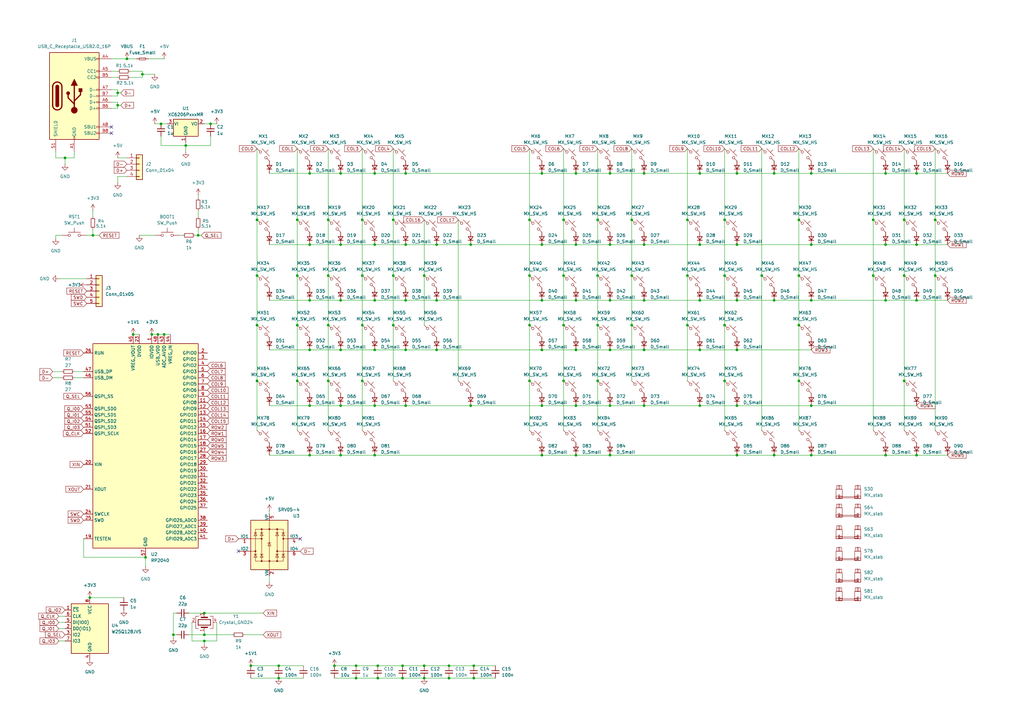
<source format=kicad_sch>
(kicad_sch (version 20231120) (generator "eeschema") (generator_version "8.0")
  (paper "A3")
  (junction (at 121.92 113.03))
  (junction (at 71.12 260.35))
  (junction (at 194.31 278.13))
  (junction (at 245.11 90.17))
  (junction (at 153.67 71.12))
  (junction (at 236.22 166.37))
  (junction (at 297.18 113.03))
  (junction (at 287.02 100.33))
  (junction (at 259.08 133.35))
  (junction (at 173.99 278.13))
  (junction (at 114.3 273.05))
  (junction (at 139.7 100.33))
  (junction (at 231.14 113.03))
  (junction (at 363.22 71.12))
  (junction (at 370.84 90.17))
  (junction (at 264.16 71.12))
  (junction (at 332.74 123.19))
  (junction (at 38.1 96.52))
  (junction (at 102.87 273.05))
  (junction (at 236.22 143.51))
  (junction (at 26.67 64.77))
  (junction (at 222.25 143.51))
  (junction (at 127 166.37))
  (junction (at 236.22 123.19))
  (junction (at 166.37 71.12))
  (junction (at 146.05 273.05))
  (junction (at 317.5 186.69))
  (junction (at 302.26 143.51))
  (junction (at 250.19 143.51))
  (junction (at 302.26 100.33))
  (junction (at 165.1 273.05))
  (junction (at 217.17 156.21))
  (junction (at 121.92 156.21))
  (junction (at 222.25 166.37))
  (junction (at 127 143.51))
  (junction (at 231.14 133.35))
  (junction (at 370.84 113.03))
  (junction (at 161.29 90.17))
  (junction (at 58.42 30.48))
  (junction (at 317.5 123.19))
  (junction (at 287.02 123.19))
  (junction (at 250.19 166.37))
  (junction (at 36.83 245.11))
  (junction (at 375.92 186.69))
  (junction (at 236.22 100.33))
  (junction (at 327.66 90.17))
  (junction (at 59.69 228.6))
  (junction (at 153.67 123.19))
  (junction (at 245.11 133.35))
  (junction (at 184.15 278.13))
  (junction (at 264.16 123.19))
  (junction (at 317.5 71.12))
  (junction (at 383.54 90.17))
  (junction (at 264.16 100.33))
  (junction (at 76.2 59.69))
  (junction (at 48.26 38.1))
  (junction (at 302.26 166.37))
  (junction (at 363.22 100.33))
  (junction (at 139.7 186.69))
  (junction (at 245.11 156.21))
  (junction (at 231.14 90.17))
  (junction (at 137.16 273.05))
  (junction (at 127 100.33))
  (junction (at 173.99 113.03))
  (junction (at 105.41 156.21))
  (junction (at 148.59 113.03))
  (junction (at 281.94 133.35))
  (junction (at 121.92 90.17))
  (junction (at 62.23 137.16))
  (junction (at 245.11 113.03))
  (junction (at 83.82 260.35))
  (junction (at 236.22 186.69))
  (junction (at 259.08 90.17))
  (junction (at 250.19 100.33))
  (junction (at 148.59 90.17))
  (junction (at 358.14 113.03))
  (junction (at 363.22 186.69))
  (junction (at 250.19 71.12))
  (junction (at 161.29 133.35))
  (junction (at 173.99 273.05))
  (junction (at 250.19 186.69))
  (junction (at 217.17 90.17))
  (junction (at 127 186.69))
  (junction (at 264.16 166.37))
  (junction (at 332.74 71.12))
  (junction (at 105.41 133.35))
  (junction (at 222.25 71.12))
  (junction (at 297.18 133.35))
  (junction (at 222.25 123.19))
  (junction (at 166.37 123.19))
  (junction (at 153.67 143.51))
  (junction (at 134.62 90.17))
  (junction (at 184.15 273.05))
  (junction (at 86.36 50.8))
  (junction (at 148.59 133.35))
  (junction (at 146.05 278.13))
  (junction (at 281.94 90.17))
  (junction (at 48.26 43.18))
  (junction (at 222.25 100.33))
  (junction (at 66.04 50.8))
  (junction (at 370.84 156.21))
  (junction (at 154.94 273.05))
  (junction (at 363.22 123.19))
  (junction (at 287.02 166.37))
  (junction (at 327.66 133.35))
  (junction (at 64.77 137.16))
  (junction (at 166.37 166.37))
  (junction (at 287.02 143.51))
  (junction (at 153.67 166.37))
  (junction (at 161.29 113.03))
  (junction (at 193.04 100.33))
  (junction (at 358.14 90.17))
  (junction (at 194.31 273.05))
  (junction (at 302.26 123.19))
  (junction (at 139.7 71.12))
  (junction (at 332.74 166.37))
  (junction (at 81.28 96.52))
  (junction (at 165.1 278.13))
  (junction (at 383.54 113.03))
  (junction (at 327.66 113.03))
  (junction (at 297.18 156.21))
  (junction (at 375.92 123.19))
  (junction (at 52.07 24.13))
  (junction (at 166.37 100.33))
  (junction (at 139.7 123.19))
  (junction (at 134.62 133.35))
  (junction (at 193.04 166.37))
  (junction (at 312.42 113.03))
  (junction (at 332.74 186.69))
  (junction (at 231.14 156.21))
  (junction (at 179.07 143.51))
  (junction (at 179.07 123.19))
  (junction (at 105.41 90.17))
  (junction (at 153.67 186.69))
  (junction (at 148.59 156.21))
  (junction (at 287.02 71.12))
  (junction (at 105.41 113.03))
  (junction (at 83.82 251.46))
  (junction (at 236.22 71.12))
  (junction (at 153.67 100.33))
  (junction (at 217.17 113.03))
  (junction (at 332.74 100.33))
  (junction (at 217.17 133.35))
  (junction (at 222.25 186.69))
  (junction (at 375.92 71.12))
  (junction (at 302.26 71.12))
  (junction (at 114.3 278.13))
  (junction (at 179.07 100.33))
  (junction (at 166.37 143.51))
  (junction (at 139.7 143.51))
  (junction (at 297.18 90.17))
  (junction (at 127 123.19))
  (junction (at 281.94 113.03))
  (junction (at 154.94 278.13))
  (junction (at 67.31 137.16))
  (junction (at 375.92 100.33))
  (junction (at 327.66 156.21))
  (junction (at 139.7 166.37))
  (junction (at 121.92 133.35))
  (junction (at 83.82 262.89))
  (junction (at 134.62 113.03))
  (junction (at 264.16 143.51))
  (junction (at 250.19 123.19))
  (junction (at 54.61 137.16))
  (junction (at 259.08 113.03))
  (junction (at 302.26 186.69))
  (junction (at 127 71.12))
  (junction (at 134.62 156.21))
  (no_connect (at 45.72 54.61))
  (no_connect (at 45.72 52.07))
  (no_connect (at 123.19 220.98))
  (no_connect (at 97.79 226.06))
  (wire (pts (xy 110.49 100.33) (xy 127 100.33)))
  (wire (pts (xy 77.47 251.46) (xy 83.82 251.46)))
  (wire (pts (xy 45.72 44.45) (xy 48.26 44.45)))
  (wire (pts (xy 102.87 273.05) (xy 114.3 273.05)))
  (wire (pts (xy 102.87 278.13) (xy 114.3 278.13)))
  (wire (pts (xy 222.25 166.37) (xy 236.22 166.37)))
  (wire (pts (xy 236.22 100.33) (xy 250.19 100.33)))
  (wire (pts (xy 287.02 100.33) (xy 302.26 100.33)))
  (wire (pts (xy 302.26 71.12) (xy 317.5 71.12)))
  (wire (pts (xy 250.19 143.51) (xy 264.16 143.51)))
  (wire (pts (xy 110.49 186.69) (xy 127 186.69)))
  (wire (pts (xy 24.13 114.3) (xy 35.56 114.3)))
  (wire (pts (xy 48.26 72.39) (xy 52.07 72.39)))
  (wire (pts (xy 121.92 90.17) (xy 121.92 113.03)))
  (wire (pts (xy 161.29 90.17) (xy 161.29 113.03)))
  (wire (pts (xy 22.86 64.77) (xy 26.67 64.77)))
  (wire (pts (xy 148.59 133.35) (xy 148.59 156.21)))
  (wire (pts (xy 86.36 59.69) (xy 76.2 59.69)))
  (wire (pts (xy 287.02 123.19) (xy 302.26 123.19)))
  (wire (pts (xy 63.5 50.8) (xy 66.04 50.8)))
  (wire (pts (xy 166.37 100.33) (xy 179.07 100.33)))
  (wire (pts (xy 153.67 100.33) (xy 166.37 100.33)))
  (wire (pts (xy 184.15 278.13) (xy 194.31 278.13)))
  (wire (pts (xy 317.5 71.12) (xy 332.74 71.12)))
  (wire (pts (xy 375.92 71.12) (xy 388.62 71.12)))
  (wire (pts (xy 76.2 62.23) (xy 76.2 59.69)))
  (wire (pts (xy 154.94 278.13) (xy 165.1 278.13)))
  (wire (pts (xy 139.7 71.12) (xy 153.67 71.12)))
  (wire (pts (xy 332.74 166.37) (xy 375.92 166.37)))
  (wire (pts (xy 363.22 100.33) (xy 375.92 100.33)))
  (wire (pts (xy 312.42 113.03) (xy 312.42 176.53)))
  (wire (pts (xy 121.92 60.96) (xy 121.92 90.17)))
  (wire (pts (xy 71.12 261.62) (xy 71.12 260.35)))
  (wire (pts (xy 86.36 50.8) (xy 88.9 50.8)))
  (wire (pts (xy 36.83 245.11) (xy 50.8 245.11)))
  (wire (pts (xy 327.66 60.96) (xy 327.66 90.17)))
  (wire (pts (xy 40.64 96.52) (xy 38.1 96.52)))
  (wire (pts (xy 231.14 156.21) (xy 231.14 176.53)))
  (wire (pts (xy 30.48 154.94) (xy 34.29 154.94)))
  (wire (pts (xy 110.49 123.19) (xy 127 123.19)))
  (wire (pts (xy 105.41 113.03) (xy 105.41 133.35)))
  (wire (pts (xy 166.37 166.37) (xy 193.04 166.37)))
  (wire (pts (xy 121.92 113.03) (xy 121.92 133.35)))
  (wire (pts (xy 236.22 166.37) (xy 250.19 166.37)))
  (wire (pts (xy 73.66 96.52) (xy 74.93 96.52)))
  (wire (pts (xy 57.15 96.52) (xy 63.5 96.52)))
  (wire (pts (xy 264.16 100.33) (xy 287.02 100.33)))
  (wire (pts (xy 134.62 113.03) (xy 134.62 133.35)))
  (wire (pts (xy 312.42 60.96) (xy 312.42 113.03)))
  (wire (pts (xy 114.3 273.05) (xy 124.46 273.05)))
  (wire (pts (xy 137.16 278.13) (xy 146.05 278.13)))
  (wire (pts (xy 127 100.33) (xy 139.7 100.33)))
  (wire (pts (xy 302.26 100.33) (xy 332.74 100.33)))
  (wire (pts (xy 363.22 123.19) (xy 375.92 123.19)))
  (wire (pts (xy 110.49 166.37) (xy 127 166.37)))
  (wire (pts (xy 231.14 113.03) (xy 231.14 133.35)))
  (wire (pts (xy 153.67 71.12) (xy 166.37 71.12)))
  (wire (pts (xy 127 186.69) (xy 139.7 186.69)))
  (wire (pts (xy 173.99 90.17) (xy 173.99 113.03)))
  (wire (pts (xy 139.7 186.69) (xy 153.67 186.69)))
  (wire (pts (xy 62.23 137.16) (xy 64.77 137.16)))
  (wire (pts (xy 281.94 113.03) (xy 281.94 133.35)))
  (wire (pts (xy 139.7 100.33) (xy 153.67 100.33)))
  (wire (pts (xy 259.08 133.35) (xy 259.08 156.21)))
  (wire (pts (xy 22.86 96.52) (xy 25.4 96.52)))
  (wire (pts (xy 250.19 71.12) (xy 264.16 71.12)))
  (wire (pts (xy 161.29 133.35) (xy 161.29 156.21)))
  (wire (pts (xy 127 143.51) (xy 139.7 143.51)))
  (wire (pts (xy 58.42 29.21) (xy 58.42 30.48)))
  (wire (pts (xy 193.04 100.33) (xy 222.25 100.33)))
  (wire (pts (xy 110.49 143.51) (xy 127 143.51)))
  (wire (pts (xy 297.18 113.03) (xy 297.18 133.35)))
  (wire (pts (xy 358.14 60.96) (xy 358.14 90.17)))
  (wire (pts (xy 76.2 59.69) (xy 76.2 58.42)))
  (wire (pts (xy 127 123.19) (xy 139.7 123.19)))
  (wire (pts (xy 383.54 113.03) (xy 383.54 176.53)))
  (wire (pts (xy 134.62 133.35) (xy 134.62 156.21)))
  (wire (pts (xy 302.26 123.19) (xy 317.5 123.19)))
  (wire (pts (xy 121.92 156.21) (xy 121.92 176.53)))
  (wire (pts (xy 72.39 251.46) (xy 71.12 251.46)))
  (wire (pts (xy 281.94 90.17) (xy 281.94 113.03)))
  (wire (pts (xy 66.04 55.88) (xy 66.04 59.69)))
  (wire (pts (xy 83.82 262.89) (xy 88.9 262.89)))
  (wire (pts (xy 194.31 273.05) (xy 203.2 273.05)))
  (wire (pts (xy 297.18 133.35) (xy 297.18 156.21)))
  (wire (pts (xy 217.17 133.35) (xy 217.17 156.21)))
  (wire (pts (xy 105.41 133.35) (xy 105.41 156.21)))
  (wire (pts (xy 259.08 60.96) (xy 259.08 90.17)))
  (wire (pts (xy 165.1 278.13) (xy 173.99 278.13)))
  (wire (pts (xy 327.66 90.17) (xy 327.66 113.03)))
  (wire (pts (xy 48.26 38.1) (xy 48.26 39.37)))
  (wire (pts (xy 358.14 113.03) (xy 358.14 176.53)))
  (wire (pts (xy 375.92 123.19) (xy 388.62 123.19)))
  (wire (pts (xy 67.31 137.16) (xy 69.85 137.16)))
  (wire (pts (xy 58.42 30.48) (xy 63.5 30.48)))
  (wire (pts (xy 187.96 90.17) (xy 187.96 156.21)))
  (wire (pts (xy 66.04 50.8) (xy 68.58 50.8)))
  (wire (pts (xy 139.7 143.51) (xy 153.67 143.51)))
  (wire (pts (xy 193.04 166.37) (xy 222.25 166.37)))
  (wire (pts (xy 34.29 228.6) (xy 59.69 228.6)))
  (wire (pts (xy 154.94 273.05) (xy 165.1 273.05)))
  (wire (pts (xy 264.16 71.12) (xy 287.02 71.12)))
  (wire (pts (xy 45.72 36.83) (xy 48.26 36.83)))
  (wire (pts (xy 166.37 123.19) (xy 179.07 123.19)))
  (wire (pts (xy 54.61 137.16) (xy 57.15 137.16)))
  (wire (pts (xy 370.84 60.96) (xy 370.84 90.17)))
  (wire (pts (xy 38.1 86.36) (xy 38.1 88.9)))
  (wire (pts (xy 236.22 123.19) (xy 250.19 123.19)))
  (wire (pts (xy 83.82 251.46) (xy 107.95 251.46)))
  (wire (pts (xy 153.67 166.37) (xy 166.37 166.37)))
  (wire (pts (xy 370.84 90.17) (xy 370.84 113.03)))
  (wire (pts (xy 66.04 59.69) (xy 76.2 59.69)))
  (wire (pts (xy 236.22 143.51) (xy 250.19 143.51)))
  (wire (pts (xy 281.94 60.96) (xy 281.94 90.17)))
  (wire (pts (xy 236.22 186.69) (xy 250.19 186.69)))
  (wire (pts (xy 110.49 209.55) (xy 110.49 210.82)))
  (wire (pts (xy 173.99 278.13) (xy 184.15 278.13)))
  (wire (pts (xy 245.11 60.96) (xy 245.11 90.17)))
  (wire (pts (xy 45.72 31.75) (xy 48.26 31.75)))
  (wire (pts (xy 363.22 186.69) (xy 375.92 186.69)))
  (wire (pts (xy 24.13 257.81) (xy 26.67 257.81)))
  (wire (pts (xy 281.94 133.35) (xy 281.94 156.21)))
  (wire (pts (xy 327.66 113.03) (xy 327.66 133.35)))
  (wire (pts (xy 139.7 123.19) (xy 153.67 123.19)))
  (wire (pts (xy 165.1 273.05) (xy 173.99 273.05)))
  (wire (pts (xy 153.67 123.19) (xy 166.37 123.19)))
  (wire (pts (xy 179.07 143.51) (xy 222.25 143.51)))
  (wire (pts (xy 148.59 113.03) (xy 148.59 133.35)))
  (wire (pts (xy 250.19 186.69) (xy 302.26 186.69)))
  (wire (pts (xy 287.02 166.37) (xy 302.26 166.37)))
  (wire (pts (xy 222.25 186.69) (xy 236.22 186.69)))
  (wire (pts (xy 250.19 166.37) (xy 264.16 166.37)))
  (wire (pts (xy 194.31 278.13) (xy 203.2 278.13)))
  (wire (pts (xy 81.28 86.36) (xy 81.28 88.9)))
  (wire (pts (xy 21.59 154.94) (xy 25.4 154.94)))
  (wire (pts (xy 245.11 156.21) (xy 245.11 176.53)))
  (wire (pts (xy 48.26 64.77) (xy 52.07 64.77)))
  (wire (pts (xy 88.9 262.89) (xy 88.9 255.27)))
  (wire (pts (xy 264.16 123.19) (xy 287.02 123.19)))
  (wire (pts (xy 83.82 259.08) (xy 83.82 260.35)))
  (wire (pts (xy 245.11 113.03) (xy 245.11 133.35)))
  (wire (pts (xy 105.41 156.21) (xy 105.41 176.53)))
  (wire (pts (xy 22.86 97.79) (xy 22.86 96.52)))
  (wire (pts (xy 297.18 90.17) (xy 297.18 113.03)))
  (wire (pts (xy 105.41 60.96) (xy 105.41 90.17)))
  (wire (pts (xy 166.37 71.12) (xy 222.25 71.12)))
  (wire (pts (xy 64.77 137.16) (xy 67.31 137.16)))
  (wire (pts (xy 250.19 123.19) (xy 264.16 123.19)))
  (wire (pts (xy 81.28 80.01) (xy 81.28 81.28)))
  (wire (pts (xy 148.59 90.17) (xy 148.59 113.03)))
  (wire (pts (xy 60.96 24.13) (xy 67.31 24.13)))
  (wire (pts (xy 148.59 60.96) (xy 148.59 90.17)))
  (wire (pts (xy 114.3 278.13) (xy 124.46 278.13)))
  (wire (pts (xy 161.29 113.03) (xy 161.29 133.35)))
  (wire (pts (xy 302.26 143.51) (xy 332.74 143.51)))
  (wire (pts (xy 179.07 100.33) (xy 193.04 100.33)))
  (wire (pts (xy 58.42 31.75) (xy 53.34 31.75)))
  (wire (pts (xy 259.08 90.17) (xy 259.08 113.03)))
  (wire (pts (xy 71.12 260.35) (xy 72.39 260.35)))
  (wire (pts (xy 110.49 238.76) (xy 110.49 236.22)))
  (wire (pts (xy 59.69 228.6) (xy 59.69 232.41)))
  (wire (pts (xy 83.82 264.16) (xy 83.82 262.89)))
  (wire (pts (xy 217.17 156.21) (xy 217.17 176.53)))
  (wire (pts (xy 327.66 133.35) (xy 327.66 156.21)))
  (wire (pts (xy 375.92 186.69) (xy 388.62 186.69)))
  (wire (pts (xy 137.16 273.05) (xy 146.05 273.05)))
  (wire (pts (xy 30.48 64.77) (xy 30.48 62.23)))
  (wire (pts (xy 45.72 24.13) (xy 52.07 24.13)))
  (wire (pts (xy 86.36 55.88) (xy 86.36 59.69)))
  (wire (pts (xy 297.18 156.21) (xy 297.18 176.53)))
  (wire (pts (xy 332.74 71.12) (xy 363.22 71.12)))
  (wire (pts (xy 332.74 186.69) (xy 363.22 186.69)))
  (wire (pts (xy 217.17 60.96) (xy 217.17 90.17)))
  (wire (pts (xy 34.29 220.98) (xy 34.29 228.6)))
  (wire (pts (xy 21.59 152.4) (xy 25.4 152.4)))
  (wire (pts (xy 302.26 166.37) (xy 332.74 166.37)))
  (wire (pts (xy 52.07 24.13) (xy 55.88 24.13)))
  (wire (pts (xy 146.05 278.13) (xy 154.94 278.13)))
  (wire (pts (xy 53.34 29.21) (xy 58.42 29.21)))
  (wire (pts (xy 58.42 30.48) (xy 58.42 31.75)))
  (wire (pts (xy 383.54 90.17) (xy 383.54 113.03)))
  (wire (pts (xy 264.16 166.37) (xy 287.02 166.37)))
  (wire (pts (xy 127 71.12) (xy 139.7 71.12)))
  (wire (pts (xy 297.18 60.96) (xy 297.18 90.17)))
  (wire (pts (xy 45.72 39.37) (xy 48.26 39.37)))
  (wire (pts (xy 236.22 71.12) (xy 250.19 71.12)))
  (wire (pts (xy 48.26 36.83) (xy 48.26 38.1)))
  (wire (pts (xy 48.26 74.93) (xy 48.26 72.39)))
  (wire (pts (xy 26.67 64.77) (xy 30.48 64.77)))
  (wire (pts (xy 83.82 50.8) (xy 86.36 50.8)))
  (wire (pts (xy 134.62 60.96) (xy 134.62 90.17)))
  (wire (pts (xy 184.15 273.05) (xy 194.31 273.05)))
  (wire (pts (xy 231.14 90.17) (xy 231.14 113.03)))
  (wire (pts (xy 38.1 96.52) (xy 35.56 96.52)))
  (wire (pts (xy 259.08 113.03) (xy 259.08 133.35)))
  (wire (pts (xy 81.28 96.52) (xy 82.55 96.52)))
  (wire (pts (xy 77.47 260.35) (xy 83.82 260.35)))
  (wire (pts (xy 358.14 90.17) (xy 358.14 113.03)))
  (wire (pts (xy 81.28 93.98) (xy 81.28 96.52)))
  (wire (pts (xy 287.02 71.12) (xy 302.26 71.12)))
  (wire (pts (xy 83.82 260.35) (xy 95.25 260.35)))
  (wire (pts (xy 287.02 143.51) (xy 302.26 143.51)))
  (wire (pts (xy 222.25 123.19) (xy 236.22 123.19)))
  (wire (pts (xy 127 166.37) (xy 139.7 166.37)))
  (wire (pts (xy 370.84 113.03) (xy 370.84 156.21)))
  (wire (pts (xy 173.99 273.05) (xy 184.15 273.05)))
  (wire (pts (xy 134.62 156.21) (xy 134.62 176.53)))
  (wire (pts (xy 327.66 156.21) (xy 327.66 176.53)))
  (wire (pts (xy 375.92 100.33) (xy 388.62 100.33)))
  (wire (pts (xy 217.17 113.03) (xy 217.17 133.35)))
  (wire (pts (xy 121.92 133.35) (xy 121.92 156.21)))
  (wire (pts (xy 161.29 60.96) (xy 161.29 90.17)))
  (wire (pts (xy 49.53 38.1) (xy 48.26 38.1)))
  (wire (pts (xy 217.17 90.17) (xy 217.17 113.03)))
  (wire (pts (xy 45.72 41.91) (xy 48.26 41.91)))
  (wire (pts (xy 231.14 60.96) (xy 231.14 90.17)))
  (wire (pts (xy 100.33 260.35) (xy 107.95 260.35)))
  (wire (pts (xy 317.5 123.19) (xy 332.74 123.19)))
  (wire (pts (xy 45.72 29.21) (xy 48.26 29.21)))
  (wire (pts (xy 24.13 255.27) (xy 26.67 255.27)))
  (wire (pts (xy 24.13 262.89) (xy 26.67 262.89)))
  (wire (pts (xy 245.11 90.17) (xy 245.11 113.03)))
  (wire (pts (xy 148.59 156.21) (xy 148.59 176.53)))
  (wire (pts (xy 222.25 143.51) (xy 236.22 143.51)))
  (wire (pts (xy 71.12 251.46) (xy 71.12 260.35)))
  (wire (pts (xy 222.25 71.12) (xy 236.22 71.12)))
  (wire (pts (xy 49.53 43.18) (xy 48.26 43.18)))
  (wire (pts (xy 179.07 123.19) (xy 222.25 123.19)))
  (wire (pts (xy 222.25 100.33) (xy 236.22 100.33)))
  (wire (pts (xy 134.62 90.17) (xy 134.62 113.03)))
  (wire (pts (xy 80.01 96.52) (xy 81.28 96.52)))
  (wire (pts (xy 38.1 93.98) (xy 38.1 96.52)))
  (wire (pts (xy 48.26 41.91) (xy 48.26 43.18)))
  (wire (pts (xy 370.84 156.21) (xy 370.84 176.53)))
  (wire (pts (xy 30.48 152.4) (xy 34.29 152.4)))
  (wire (pts (xy 383.54 60.96) (xy 383.54 90.17)))
  (wire (pts (xy 146.05 273.05) (xy 154.94 273.05)))
  (wire (pts (xy 153.67 143.51) (xy 166.37 143.51)))
  (wire (pts (xy 24.13 252.73) (xy 26.67 252.73)))
  (wire (pts (xy 153.67 186.69) (xy 222.25 186.69)))
  (wire (pts (xy 173.99 113.03) (xy 173.99 133.35)))
  (wire (pts (xy 264.16 143.51) (xy 287.02 143.51)))
  (wire (pts (xy 166.37 143.51) (xy 179.07 143.51)))
  (wire (pts (xy 78.74 262.89) (xy 83.82 262.89)))
  (wire (pts (xy 231.14 133.35) (xy 231.14 156.21)))
  (wire (pts (xy 363.22 71.12) (xy 375.92 71.12)))
  (wire (pts (xy 26.67 67.31) (xy 26.67 64.77)))
  (wire (pts (xy 302.26 186.69) (xy 317.5 186.69)))
  (wire (pts (xy 250.19 100.33) (xy 264.16 100.33)))
  (wire (pts (xy 245.11 133.35) (xy 245.11 156.21)))
  (wire (pts (xy 22.86 62.23) (xy 22.86 64.77)))
  (wire (pts (xy 332.74 123.19) (xy 363.22 123.19)))
  (wire (pts (xy 48.26 43.18) (xy 48.26 44.45)))
  (wire (pts (xy 78.74 262.89) (xy 78.74 255.27)))
  (wire (pts (xy 317.5 186.69) (xy 332.74 186.69)))
  (wire (pts (xy 110.49 71.12) (xy 127 71.12)))
  (wire (pts (xy 139.7 166.37) (xy 153.67 166.37)))
  (wire (pts (xy 332.74 100.33) (xy 363.22 100.33)))
  (wire (pts (xy 105.41 90.17) (xy 105.41 113.03)))
  (global_label "COL16" (shape input) (at 173.99 90.17 180) (property "Intersheetrefs" "${INTERSHEET_REFS}" (effects (hide yes))))
  (global_label "COL8" (shape input) (at 85.09 154.94 0) (property "Intersheetrefs" "${INTERSHEET_REFS}" (effects (hide yes))))
  (global_label "COL12" (shape input) (at 85.09 165.1 0) (property "Intersheetrefs" "${INTERSHEET_REFS}" (effects (hide yes))))
  (global_label "ROW4" (shape input) (at 85.09 185.42 0) (property "Intersheetrefs" "${INTERSHEET_REFS}" (effects (hide yes))))
  (global_label "Q_SEL" (shape input) (at 26.67 260.35 180) (property "Intersheetrefs" "${INTERSHEET_REFS}" (effects (hide yes))))
  (global_label "COL14" (shape input) (at 85.09 170.18 0) (property "Intersheetrefs" "${INTERSHEET_REFS}" (effects (hide yes))))
  (global_label "COL12" (shape input) (at 327.66 60.96 180) (property "Intersheetrefs" "${INTERSHEET_REFS}" (effects (hide yes))))
  (global_label "Q_SEL" (shape input) (at 82.55 96.52 0) (property "Intersheetrefs" "${INTERSHEET_REFS}" (effects (hide yes))))
  (global_label "ROW2" (shape input) (at 85.09 175.26 0) (property "Intersheetrefs" "${INTERSHEET_REFS}" (effects (hide yes))))
  (global_label "D+" (shape input) (at 49.53 43.18 0) (property "Intersheetrefs" "${INTERSHEET_REFS}" (effects (hide yes))))
  (global_label "D+" (shape input) (at 97.79 220.98 180) (property "Intersheetrefs" "${INTERSHEET_REFS}" (effects (hide yes))))
  (global_label "Q_SEL" (shape input) (at 34.29 162.56 180) (property "Intersheetrefs" "${INTERSHEET_REFS}" (effects (hide yes))))
  (global_label "COL8" (shape input) (at 259.08 60.96 180) (property "Intersheetrefs" "${INTERSHEET_REFS}" (effects (hide yes))))
  (global_label "XIN" (shape input) (at 34.29 190.5 180) (property "Intersheetrefs" "${INTERSHEET_REFS}" (effects (hide yes))))
  (global_label "ROW3" (shape input) (at 85.09 187.96 0) (property "Intersheetrefs" "${INTERSHEET_REFS}" (effects (hide yes))))
  (global_label "COL2" (shape input) (at 134.62 60.96 180) (property "Intersheetrefs" "${INTERSHEET_REFS}" (effects (hide yes))))
  (global_label "COL10" (shape input) (at 297.18 60.96 180) (property "Intersheetrefs" "${INTERSHEET_REFS}" (effects (hide yes))))
  (global_label "XIN" (shape input) (at 107.95 251.46 0) (property "Intersheetrefs" "${INTERSHEET_REFS}" (effects (hide yes))))
  (global_label "D-" (shape input) (at 49.53 38.1 0) (property "Intersheetrefs" "${INTERSHEET_REFS}" (effects (hide yes))))
  (global_label "SWC" (shape input) (at 35.56 124.46 180) (property "Intersheetrefs" "${INTERSHEET_REFS}" (effects (hide yes))))
  (global_label "ROW1" (shape input) (at 85.09 177.8 0) (property "Intersheetrefs" "${INTERSHEET_REFS}" (effects (hide yes))))
  (global_label "COL6" (shape input) (at 231.14 60.96 180) (property "Intersheetrefs" "${INTERSHEET_REFS}" (effects (hide yes))))
  (global_label "ROW0" (shape input) (at 388.62 71.12 0) (property "Intersheetrefs" "${INTERSHEET_REFS}" (effects (hide yes))))
  (global_label "D-" (shape input) (at 123.19 226.06 0) (property "Intersheetrefs" "${INTERSHEET_REFS}" (effects (hide yes))))
  (global_label "SWD" (shape input) (at 35.56 121.92 180) (property "Intersheetrefs" "${INTERSHEET_REFS}" (effects (hide yes))))
  (global_label "Q_I00" (shape input) (at 24.13 255.27 180) (property "Intersheetrefs" "${INTERSHEET_REFS}" (effects (hide yes))))
  (global_label "D+" (shape input) (at 21.59 152.4 180) (property "Intersheetrefs" "${INTERSHEET_REFS}" (effects (hide yes))))
  (global_label "Q_CLK" (shape input) (at 24.13 252.73 180) (property "Intersheetrefs" "${INTERSHEET_REFS}" (effects (hide yes))))
  (global_label "Q_I00" (shape input) (at 34.29 167.64 180) (property "Intersheetrefs" "${INTERSHEET_REFS}" (effects (hide yes))))
  (global_label "ROW2" (shape input) (at 388.62 123.19 0) (property "Intersheetrefs" "${INTERSHEET_REFS}" (effects (hide yes))))
  (global_label "ROW5" (shape input) (at 85.09 182.88 0) (property "Intersheetrefs" "${INTERSHEET_REFS}" (effects (hide yes))))
  (global_label "XOUT" (shape input) (at 34.29 200.66 180) (property "Intersheetrefs" "${INTERSHEET_REFS}" (effects (hide yes))))
  (global_label "COL4" (shape input) (at 161.29 60.96 180) (property "Intersheetrefs" "${INTERSHEET_REFS}" (effects (hide yes))))
  (global_label "Q_CLK" (shape input) (at 34.29 177.8 180) (property "Intersheetrefs" "${INTERSHEET_REFS}" (effects (hide yes))))
  (global_label "ROW0" (shape input) (at 85.09 180.34 0) (property "Intersheetrefs" "${INTERSHEET_REFS}" (effects (hide yes))))
  (global_label "XOUT" (shape input) (at 107.95 260.35 0) (property "Intersheetrefs" "${INTERSHEET_REFS}" (effects (hide yes))))
  (global_label "RESET" (shape input) (at 35.56 119.38 180) (property "Intersheetrefs" "${INTERSHEET_REFS}" (effects (hide yes))))
  (global_label "COL14" (shape input) (at 370.84 60.96 180) (property "Intersheetrefs" "${INTERSHEET_REFS}" (effects (hide yes))))
  (global_label "ROW4" (shape input) (at 375.92 166.37 0) (property "Intersheetrefs" "${INTERSHEET_REFS}" (effects (hide yes))))
  (global_label "COL3" (shape input) (at 148.59 60.96 180) (property "Intersheetrefs" "${INTERSHEET_REFS}" (effects (hide yes))))
  (global_label "COL9" (shape input) (at 85.09 157.48 0) (property "Intersheetrefs" "${INTERSHEET_REFS}" (effects (hide yes))))
  (global_label "COL7" (shape input) (at 245.11 60.96 180) (property "Intersheetrefs" "${INTERSHEET_REFS}" (effects (hide yes))))
  (global_label "D-" (shape input) (at 21.59 154.94 180) (property "Intersheetrefs" "${INTERSHEET_REFS}" (effects (hide yes))))
  (global_label "ROW3" (shape input) (at 332.74 143.51 0) (property "Intersheetrefs" "${INTERSHEET_REFS}" (effects (hide yes))))
  (global_label "Q_I03" (shape input) (at 24.13 262.89 180) (property "Intersheetrefs" "${INTERSHEET_REFS}" (effects (hide yes))))
  (global_label "COL11" (shape input) (at 85.09 162.56 0) (property "Intersheetrefs" "${INTERSHEET_REFS}" (effects (hide yes))))
  (global_label "COL1" (shape input) (at 121.92 60.96 180) (property "Intersheetrefs" "${INTERSHEET_REFS}" (effects (hide yes))))
  (global_label "D-" (shape input) (at 52.07 67.31 180) (property "Intersheetrefs" "${INTERSHEET_REFS}" (effects (hide yes))))
  (global_label "COL9" (shape input) (at 281.94 60.96 180) (property "Intersheetrefs" "${INTERSHEET_REFS}" (effects (hide yes))))
  (global_label "COL13" (shape input) (at 358.14 60.96 180) (property "Intersheetrefs" "${INTERSHEET_REFS}" (effects (hide yes))))
  (global_label "ROW1" (shape input) (at 388.62 100.33 0) (property "Intersheetrefs" "${INTERSHEET_REFS}" (effects (hide yes))))
  (global_label "COL13" (shape input) (at 85.09 167.64 0) (property "Intersheetrefs" "${INTERSHEET_REFS}" (effects (hide yes))))
  (global_label "SWD" (shape input) (at 34.29 213.36 180) (property "Intersheetrefs" "${INTERSHEET_REFS}" (effects (hide yes))))
  (global_label "COL0" (shape input) (at 105.41 60.96 180) (property "Intersheetrefs" "${INTERSHEET_REFS}" (effects (hide yes))))
  (global_label "Q_I03" (shape input) (at 34.29 175.26 180) (property "Intersheetrefs" "${INTERSHEET_REFS}" (effects (hide yes))))
  (global_label "COL7" (shape input) (at 85.09 152.4 0) (property "Intersheetrefs" "${INTERSHEET_REFS}" (effects (hide yes))))
  (global_label "COL5" (shape input) (at 217.17 60.96 180) (property "Intersheetrefs" "${INTERSHEET_REFS}" (effects (hide yes))))
  (global_label "Q_I02" (shape input) (at 34.29 172.72 180) (property "Intersheetrefs" "${INTERSHEET_REFS}" (effects (hide yes))))
  (global_label "COL10" (shape input) (at 85.09 160.02 0) (property "Intersheetrefs" "${INTERSHEET_REFS}" (effects (hide yes))))
  (global_label "Q_I02" (shape input) (at 26.67 250.19 180) (property "Intersheetrefs" "${INTERSHEET_REFS}" (effects (hide yes))))
  (global_label "D+" (shape input) (at 52.07 69.85 180) (property "Intersheetrefs" "${INTERSHEET_REFS}" (effects (hide yes))))
  (global_label "COL15" (shape input) (at 383.54 60.96 180) (property "Intersheetrefs" "${INTERSHEET_REFS}" (effects (hide yes))))
  (global_label "COL17" (shape input) (at 187.96 90.17 180) (property "Intersheetrefs" "${INTERSHEET_REFS}" (effects (hide yes))))
  (global_label "ROW5" (shape input) (at 388.62 186.69 0) (property "Intersheetrefs" "${INTERSHEET_REFS}" (effects (hide yes))))
  (global_label "Q_I01" (shape input) (at 24.13 257.81 180) (property "Intersheetrefs" "${INTERSHEET_REFS}" (effects (hide yes))))
  (global_label "COL6" (shape input) (at 85.09 149.86 0) (property "Intersheetrefs" "${INTERSHEET_REFS}" (effects (hide yes))))
  (global_label "RESET" (shape input) (at 34.29 144.78 180) (property "Intersheetrefs" "${INTERSHEET_REFS}" (effects (hide yes))))
  (global_label "SWC" (shape input) (at 34.29 210.82 180) (property "Intersheetrefs" "${INTERSHEET_REFS}" (effects (hide yes))))
  (global_label "COL15" (shape input) (at 85.09 172.72 0) (property "Intersheetrefs" "${INTERSHEET_REFS}" (effects (hide yes))))
  (global_label "COL11" (shape input) (at 312.42 60.96 180) (property "Intersheetrefs" "${INTERSHEET_REFS}" (effects (hide yes))))
  (global_label "Q_I01" (shape input) (at 34.29 170.18 180) (property "Intersheetrefs" "${INTERSHEET_REFS}" (effects (hide yes))))
  (global_label "RESET" (shape input) (at 40.64 96.52 0) (property "Intersheetrefs" "${INTERSHEET_REFS}" (effects (hide yes))))
  (symbol (lib_id "marbastlib-mx:MX_SW_HS_CPG151101S11") (at 330.2 63.5 0) (unit 1)
    (property "Reference" "MX13" (at 330.2 55.88 0))
    (property "Value" "MX_SW_HS" (at 330.2 58.42 0))
    (property "Footprint" "marbastlib-mx:SW_MX_HS_CPG151101S11_1u" (effects (hide yes)))
    (property "Description" "Push button switch, normally open, two pins, 45° tilted, Kailh CPG151101S11 for Cherry MX style switches" (effects (hide yes)))
  )
  (symbol (lib_id "marbastlib-mx:MX_SW_HS_CPG151101S11") (at 360.68 92.71 0) (unit 1)
    (property "Reference" "MX31" (at 360.68 85.09 0))
    (property "Value" "MX_SW_HS" (at 360.68 87.63 0))
    (property "Footprint" "marbastlib-mx:SW_MX_HS_CPG151101S11_1u" (effects (hide yes)))
    (property "Description" "Push button switch, normally open, two pins, 45° tilted, Kailh CPG151101S11 for Cherry MX style switches" (effects (hide yes)))
  )
  (symbol (lib_id "Switch:SW_Push") (at 68.58 96.52 0) (unit 1)
    (property "Reference" "BOOT1" (at 68.58 88.9 0))
    (property "Value" "SW_Push" (at 68.58 91.44 0))
    (property "Footprint" "Button_Switch_SMD:SW_SPST_TL3342" (effects (hide yes)))
    (property "Description" "Push button switch, generic, two pins" (effects (hide yes)))
  )
  (symbol (lib_id "Device:D_Small") (at 317.5 120.65 90) (unit 1)
    (property "Reference" "D46" (at 320.04 119.3799 90) (effects (justify right)))
    (property "Value" "D_Small" (at 320.04 121.9199 90) (effects (justify right)))
    (property "Footprint" "Diode_SMD:D_SOD-123" (effects (hide yes)))
    (property "Description" "Diode, small symbol" (effects (hide yes)))
    (property "Sim.Device" "D" (effects (hide yes)))
    (property "Sim.Pins" "1=K 2=A" (effects (hide yes)))
  )
  (symbol (lib_id "marbastlib-mx:MX_SW_HS_CPG151101S11") (at 261.62 158.75 0) (unit 1)
    (property "Reference" "MX73" (at 261.62 151.13 0))
    (property "Value" "MX_SW_HS" (at 261.62 153.67 0))
    (property "Footprint" "marbastlib-mx:SW_MX_HS_CPG151101S11_1u" (effects (hide yes)))
    (property "Description" "Push button switch, normally open, two pins, 45° tilted, Kailh CPG151101S11 for Cherry MX style switches" (effects (hide yes)))
  )
  (symbol (lib_id "marbastlib-mx:MX_SW_HS_CPG151101S11") (at 373.38 179.07 0) (unit 1)
    (property "Reference" "MX89" (at 373.38 171.45 0))
    (property "Value" "MX_SW_HS" (at 373.38 173.99 0))
    (property "Footprint" "marbastlib-mx:SW_MX_HS_CPG151101S11_1u" (effects (hide yes)))
    (property "Description" "Push button switch, normally open, two pins, 45° tilted, Kailh CPG151101S11 for Cherry MX style switches" (effects (hide yes)))
  )
  (symbol (lib_id "marbastlib-mx:MX_SW_HS_CPG151101S11") (at 284.48 158.75 0) (unit 1)
    (property "Reference" "MX74" (at 284.48 151.13 0))
    (property "Value" "MX_SW_HS" (at 284.48 153.67 0))
    (property "Footprint" "marbastlib-mx:SW_MX_HS_CPG151101S11_1u" (effects (hide yes)))
    (property "Description" "Push button switch, normally open, two pins, 45° tilted, Kailh CPG151101S11 for Cherry MX style switches" (effects (hide yes)))
  )
  (symbol (lib_id "Device:D_Small") (at 110.49 163.83 90) (unit 1)
    (property "Reference" "D64" (at 113.03 162.5599 90) (effects (justify right)))
    (property "Value" "D_Small" (at 113.03 165.0999 90) (effects (justify right)))
    (property "Footprint" "Diode_SMD:D_SOD-123" (effects (hide yes)))
    (property "Description" "Diode, small symbol" (effects (hide yes)))
    (property "Sim.Device" "D" (effects (hide yes)))
    (property "Sim.Pins" "1=K 2=A" (effects (hide yes)))
  )
  (symbol (lib_id "Device:R_Small") (at 27.94 154.94 90) (unit 1)
    (property "Reference" "R8" (at 27.94 157.226 90))
    (property "Value" "27" (at 27.94 159.766 90))
    (property "Footprint" "Resistor_SMD:R_0402_1005Metric" (effects (hide yes)))
    (property "Description" "Resistor, small symbol" (effects (hide yes)))
  )
  (symbol (lib_id "marbastlib-mx:MX_SW_HS_CPG151101S11") (at 219.71 92.71 0) (unit 1)
    (property "Reference" "MX24" (at 219.71 85.09 0))
    (property "Value" "MX_SW_HS" (at 219.71 87.63 0))
    (property "Footprint" "marbastlib-mx:SW_MX_HS_CPG151101S11_1u" (effects (hide yes)))
    (property "Description" "Push button switch, normally open, two pins, 45° tilted, Kailh CPG151101S11 for Cherry MX style switches" (effects (hide yes)))
  )
  (symbol (lib_id "marbastlib-mx:MX_SW_HS_CPG151101S11") (at 330.2 115.57 0) (unit 1)
    (property "Reference" "MX47" (at 330.2 107.95 0))
    (property "Value" "MX_SW_HS" (at 330.2 110.49 0))
    (property "Footprint" "marbastlib-mx:SW_MX_HS_CPG151101S11_1.5u" (effects (hide yes)))
    (property "Description" "Push button switch, normally open, two pins, 45° tilted, Kailh CPG151101S11 for Cherry MX style switches" (effects (hide yes)))
  )
  (symbol (lib_id "Device:C_Small") (at 165.1 275.59 0) (unit 1)
    (property "Reference" "C11" (at 167.64 274.3262 0) (effects (justify left)))
    (property "Value" "100n" (at 167.64 276.8662 0) (effects (justify left)))
    (property "Footprint" "Capacitor_SMD:C_0402_1005Metric" (effects (hide yes)))
    (property "Description" "Unpolarized capacitor, small symbol" (effects (hide yes)))
  )
  (symbol (lib_id "marbastlib-mx:MX_SW_HS_CPG151101S11") (at 190.5 158.75 0) (unit 1)
    (property "Reference" "MX69" (at 190.5 151.13 0))
    (property "Value" "MX_SW_HS" (at 190.5 153.67 0))
    (property "Footprint" "marbastlib-mx:SW_MX_HS_CPG151101S11_1u" (effects (hide yes)))
    (property "Description" "Push button switch, normally open, two pins, 45° tilted, Kailh CPG151101S11 for Cherry MX style switches" (effects (hide yes)))
  )
  (symbol (lib_id "Device:D_Small") (at 375.92 97.79 90) (unit 1)
    (property "Reference" "D32" (at 378.46 96.5199 90) (effects (justify right)))
    (property "Value" "D_Small" (at 378.46 99.0599 90) (effects (justify right)))
    (property "Footprint" "Diode_SMD:D_SOD-123" (effects (hide yes)))
    (property "Description" "Diode, small symbol" (effects (hide yes)))
    (property "Sim.Device" "D" (effects (hide yes)))
    (property "Sim.Pins" "1=K 2=A" (effects (hide yes)))
  )
  (symbol (lib_id "Memory_Flash:W25Q128JVS") (at 36.83 257.81 0) (unit 1)
    (property "Reference" "U4" (at 45.72 256.5399 0) (effects (justify left)))
    (property "Value" "W25Q128JVS" (at 45.72 259.0799 0) (effects (justify left)))
    (property "Footprint" "Package_SO:SOIC-8_5.23x5.23mm_P1.27mm" (effects (hide yes)))
    (property "Datasheet" "http://www.winbond.com/resource-files/w25q128jv_dtr%20revc%2003272018%20plus.pdf" (effects (hide yes)))
    (property "Description" "128Mb Serial Flash Memory, Standard/Dual/Quad SPI, SOIC-8" (effects (hide yes)))
  )
  (symbol (lib_id "Device:D_Small") (at 179.07 140.97 90) (unit 1)
    (property "Reference" "D56" (at 181.61 139.6999 90) (effects (justify right)))
    (property "Value" "D_Small" (at 181.61 142.2399 90) (effects (justify right)))
    (property "Footprint" "Diode_SMD:D_SOD-123" (effects (hide yes)))
    (property "Description" "Diode, small symbol" (effects (hide yes)))
    (property "Sim.Device" "D" (effects (hide yes)))
    (property "Sim.Pins" "1=K 2=A" (effects (hide yes)))
  )
  (symbol (lib_id "power:+3V3") (at 62.23 137.16 0) (unit 1)
    (property "Reference" "#PWR019" (effects (hide yes)))
    (property "Value" "+3V3" (at 62.23 132.08 0))
    (property "Description" "Power symbol creates a global label with name \"+3V3\"" (effects (hide yes)))
  )
  (symbol (lib_id "Device:D_Small") (at 110.49 97.79 90) (unit 1)
    (property "Reference" "D17" (at 113.03 96.5199 90) (effects (justify right)))
    (property "Value" "D_Small" (at 113.03 99.0599 90) (effects (justify right)))
    (property "Footprint" "Diode_SMD:D_SOD-123" (effects (hide yes)))
    (property "Description" "Diode, small symbol" (effects (hide yes)))
    (property "Sim.Device" "D" (effects (hide yes)))
    (property "Sim.Pins" "1=K 2=A" (effects (hide yes)))
  )
  (symbol (lib_id "marbastlib-mx:MX_SW_HS_CPG151101S11") (at 360.68 63.5 0) (unit 1)
    (property "Reference" "MX14" (at 360.68 55.88 0))
    (property "Value" "MX_SW_HS" (at 360.68 58.42 0))
    (property "Footprint" "marbastlib-mx:SW_MX_HS_CPG151101S11_1u" (effects (hide yes)))
    (property "Description" "Push button switch, normally open, two pins, 45° tilted, Kailh CPG151101S11 for Cherry MX style switches" (effects (hide yes)))
  )
  (symbol (lib_id "Device:D_Small") (at 388.62 68.58 90) (unit 1)
    (property "Reference" "D16" (at 391.16 67.3099 90) (effects (justify right)))
    (property "Value" "D_Small" (at 391.16 69.8499 90) (effects (justify right)))
    (property "Footprint" "Diode_SMD:D_SOD-123" (effects (hide yes)))
    (property "Description" "Diode, small symbol" (effects (hide yes)))
    (property "Sim.Device" "D" (effects (hide yes)))
    (property "Sim.Pins" "1=K 2=A" (effects (hide yes)))
  )
  (symbol (lib_id "Connector:USB_C_Receptacle_USB2.0_16P") (at 30.48 39.37 0) (unit 1)
    (property "Reference" "J1" (at 30.48 16.51 0))
    (property "Value" "USB_C_Receptacle_USB2.0_16P" (at 30.48 19.05 0))
    (property "Footprint" "Connector_USB:USB_C_Receptacle_HRO_TYPE-C-31-M-12" (effects (hide yes)))
    (property "Datasheet" "https://www.usb.org/sites/default/files/documents/usb_type-c.zip" (effects (hide yes)))
    (property "Description" "USB 2.0-only 16P Type-C Receptacle connector" (effects (hide yes)))
  )
  (symbol (lib_id "marbastlib-mx:MX_SW_HS_CPG151101S11") (at 373.38 63.5 0) (unit 1)
    (property "Reference" "MX15" (at 373.38 55.88 0))
    (property "Value" "MX_SW_HS" (at 373.38 58.42 0))
    (property "Footprint" "marbastlib-mx:SW_MX_HS_CPG151101S11_1u" (effects (hide yes)))
    (property "Description" "Push button switch, normally open, two pins, 45° tilted, Kailh CPG151101S11 for Cherry MX style switches" (effects (hide yes)))
  )
  (symbol (lib_id "power:GND") (at 173.99 278.13 0) (unit 1)
    (property "Reference" "#PWR029" (effects (hide yes)))
    (property "Value" "GND" (at 173.99 283.21 0))
    (property "Description" "Power symbol creates a global label with name \"GND\" , ground" (effects (hide yes)))
  )
  (symbol (lib_id "Device:D_Small") (at 236.22 120.65 90) (unit 1)
    (property "Reference" "D41" (at 238.76 119.3799 90) (effects (justify right)))
    (property "Value" "D_Small" (at 238.76 121.9199 90) (effects (justify right)))
    (property "Footprint" "Diode_SMD:D_SOD-123" (effects (hide yes)))
    (property "Description" "Diode, small symbol" (effects (hide yes)))
    (property "Sim.Device" "D" (effects (hide yes)))
    (property "Sim.Pins" "1=K 2=A" (effects (hide yes)))
  )
  (symbol (lib_id "power:GND") (at 83.82 264.16 0) (unit 1)
    (property "Reference" "#PWR026" (effects (hide yes)))
    (property "Value" "GND" (at 83.82 269.24 0))
    (property "Description" "Power symbol creates a global label with name \"GND\" , ground" (effects (hide yes)))
  )
  (symbol (lib_id "Device:D_Small") (at 166.37 68.58 90) (unit 1)
    (property "Reference" "D5" (at 168.91 67.3099 90) (effects (justify right)))
    (property "Value" "D_Small" (at 168.91 69.8499 90) (effects (justify right)))
    (property "Footprint" "Diode_SMD:D_SOD-123" (effects (hide yes)))
    (property "Description" "Diode, small symbol" (effects (hide yes)))
    (property "Sim.Device" "D" (effects (hide yes)))
    (property "Sim.Pins" "1=K 2=A" (effects (hide yes)))
  )
  (symbol (lib_id "Device:D_Small") (at 166.37 163.83 90) (unit 1)
    (property "Reference" "D68" (at 168.91 162.5599 90) (effects (justify right)))
    (property "Value" "D_Small" (at 168.91 165.0999 90) (effects (justify right)))
    (property "Footprint" "Diode_SMD:D_SOD-123" (effects (hide yes)))
    (property "Description" "Diode, small symbol" (effects (hide yes)))
    (property "Sim.Device" "D" (effects (hide yes)))
    (property "Sim.Pins" "1=K 2=A" (effects (hide yes)))
  )
  (symbol (lib_id "Device:D_Small") (at 127 140.97 90) (unit 1)
    (property "Reference" "D52" (at 129.54 139.6999 90) (effects (justify right)))
    (property "Value" "D_Small" (at 129.54 142.2399 90) (effects (justify right)))
    (property "Footprint" "Diode_SMD:D_SOD-123" (effects (hide yes)))
    (property "Description" "Diode, small symbol" (effects (hide yes)))
    (property "Sim.Device" "D" (effects (hide yes)))
    (property "Sim.Pins" "1=K 2=A" (effects (hide yes)))
  )
  (symbol (lib_id "marbastlib-mx:MX_stab") (at 347.98 243.84 0) (unit 1)
    (property "Reference" "S81" (at 354.33 242.4429 0) (effects (justify left)))
    (property "Value" "MX_stab" (at 354.33 244.9829 0) (effects (justify left)))
    (property "Footprint" "marbastlib-mx:STAB_MX_2.75u" (effects (hide yes)))
    (property "Description" "Cherry MX-style stabilizer" (effects (hide yes)))
  )
  (symbol (lib_id "Device:D_Small") (at 302.26 184.15 90) (unit 1)
    (property "Reference" "D85" (at 304.8 182.8799 90) (effects (justify right)))
    (property "Value" "D_Small" (at 304.8 185.4199 90) (effects (justify right)))
    (property "Footprint" "Diode_SMD:D_SOD-123" (effects (hide yes)))
    (property "Description" "Diode, small symbol" (effects (hide yes)))
    (property "Sim.Device" "D" (effects (hide yes)))
    (property "Sim.Pins" "1=K 2=A" (effects (hide yes)))
  )
  (symbol (lib_id "marbastlib-mx:MX_stab") (at 347.98 227.33 0) (unit 1)
    (property "Reference" "S76" (at 354.33 225.9329 0) (effects (justify left)))
    (property "Value" "MX_stab" (at 354.33 228.4729 0) (effects (justify left)))
    (property "Footprint" "marbastlib-mx:STAB_MX_2.75u" (effects (hide yes)))
    (property "Description" "Cherry MX-style stabilizer" (effects (hide yes)))
  )
  (symbol (lib_id "Device:D_Small") (at 363.22 68.58 90) (unit 1)
    (property "Reference" "D14" (at 365.76 67.3099 90) (effects (justify right)))
    (property "Value" "D_Small" (at 365.76 69.8499 90) (effects (justify right)))
    (property "Footprint" "Diode_SMD:D_SOD-123" (effects (hide yes)))
    (property "Description" "Diode, small symbol" (effects (hide yes)))
    (property "Sim.Device" "D" (effects (hide yes)))
    (property "Sim.Pins" "1=K 2=A" (effects (hide yes)))
  )
  (symbol (lib_id "marbastlib-mx:MX_SW_HS_CPG151101S11") (at 219.71 158.75 0) (unit 1)
    (property "Reference" "MX70" (at 219.71 151.13 0))
    (property "Value" "MX_SW_HS" (at 219.71 153.67 0))
    (property "Footprint" "marbastlib-mx:SW_MX_HS_CPG151101S11_1u" (effects (hide yes)))
    (property "Description" "Push button switch, normally open, two pins, 45° tilted, Kailh CPG151101S11 for Cherry MX style switches" (effects (hide yes)))
  )
  (symbol (lib_id "marbastlib-mx:MX_SW_HS_CPG151101S11") (at 137.16 135.89 0) (unit 1)
    (property "Reference" "MX53" (at 137.16 128.27 0))
    (property "Value" "MX_SW_HS" (at 137.16 130.81 0))
    (property "Footprint" "marbastlib-mx:SW_MX_HS_CPG151101S11_1u" (effects (hide yes)))
    (property "Description" "Push button switch, normally open, two pins, 45° tilted, Kailh CPG151101S11 for Cherry MX style switches" (effects (hide yes)))
  )
  (symbol (lib_id "Device:D_Small") (at 375.92 68.58 90) (unit 1)
    (property "Reference" "D15" (at 378.46 67.3099 90) (effects (justify right)))
    (property "Value" "D_Small" (at 378.46 69.8499 90) (effects (justify right)))
    (property "Footprint" "Diode_SMD:D_SOD-123" (effects (hide yes)))
    (property "Description" "Diode, small symbol" (effects (hide yes)))
    (property "Sim.Device" "D" (effects (hide yes)))
    (property "Sim.Pins" "1=K 2=A" (effects (hide yes)))
  )
  (symbol (lib_id "power:GND") (at 50.8 250.19 0) (unit 1)
    (property "Reference" "#PWR024" (effects (hide yes)))
    (property "Value" "GND" (at 50.8 255.27 0))
    (property "Description" "Power symbol creates a global label with name \"GND\" , ground" (effects (hide yes)))
  )
  (symbol (lib_id "marbastlib-mx:MX_SW_HS_CPG151101S11") (at 233.68 63.5 0) (unit 1)
    (property "Reference" "MX7" (at 233.68 55.88 0))
    (property "Value" "MX_SW_HS" (at 233.68 58.42 0))
    (property "Footprint" "marbastlib-mx:SW_MX_HS_CPG151101S11_1u" (effects (hide yes)))
    (property "Description" "Push button switch, normally open, two pins, 45° tilted, Kailh CPG151101S11 for Cherry MX style switches" (effects (hide yes)))
  )
  (symbol (lib_id "power:GND") (at 63.5 30.48 0) (unit 1)
    (property "Reference" "#PWR03" (effects (hide yes)))
    (property "Value" "GND" (at 63.5 35.56 0))
    (property "Description" "Power symbol creates a global label with name \"GND\" , ground" (effects (hide yes)))
  )
  (symbol (lib_id "Device:D_Small") (at 287.02 140.97 90) (unit 1)
    (property "Reference" "D61" (at 289.56 139.6999 90) (effects (justify right)))
    (property "Value" "D_Small" (at 289.56 142.2399 90) (effects (justify right)))
    (property "Footprint" "Diode_SMD:D_SOD-123" (effects (hide yes)))
    (property "Description" "Diode, small symbol" (effects (hide yes)))
    (property "Sim.Device" "D" (effects (hide yes)))
    (property "Sim.Pins" "1=K 2=A" (effects (hide yes)))
  )
  (symbol (lib_id "marbastlib-mx:MX_SW_HS_CPG151101S11") (at 299.72 158.75 0) (unit 1)
    (property "Reference" "MX75" (at 299.72 151.13 0))
    (property "Value" "MX_SW_HS" (at 299.72 153.67 0))
    (property "Footprint" "marbastlib-mx:SW_MX_HS_CPG151101S11_1u" (effects (hide yes)))
    (property "Description" "Push button switch, normally open, two pins, 45° tilted, Kailh CPG151101S11 for Cherry MX style switches" (effects (hide yes)))
  )
  (symbol (lib_id "Device:D_Small") (at 110.49 120.65 90) (unit 1)
    (property "Reference" "D34" (at 113.03 119.3799 90) (effects (justify right)))
    (property "Value" "D_Small" (at 113.03 121.9199 90) (effects (justify right)))
    (property "Footprint" "Diode_SMD:D_SOD-123" (effects (hide yes)))
    (property "Description" "Diode, small symbol" (effects (hide yes)))
    (property "Sim.Device" "D" (effects (hide yes)))
    (property "Sim.Pins" "1=K 2=A" (effects (hide yes)))
  )
  (symbol (lib_id "marbastlib-mx:MX_SW_HS_CPG151101S11") (at 261.62 63.5 0) (unit 1)
    (property "Reference" "MX9" (at 261.62 55.88 0))
    (property "Value" "MX_SW_HS" (at 261.62 58.42 0))
    (property "Footprint" "marbastlib-mx:SW_MX_HS_CPG151101S11_1u" (effects (hide yes)))
    (property "Description" "Push button switch, normally open, two pins, 45° tilted, Kailh CPG151101S11 for Cherry MX style switches" (effects (hide yes)))
  )
  (symbol (lib_id "Device:D_Small") (at 153.67 68.58 90) (unit 1)
    (property "Reference" "D4" (at 156.21 67.3099 90) (effects (justify right)))
    (property "Value" "D_Small" (at 156.21 69.8499 90) (effects (justify right)))
    (property "Footprint" "Diode_SMD:D_SOD-123" (effects (hide yes)))
    (property "Description" "Diode, small symbol" (effects (hide yes)))
    (property "Sim.Device" "D" (effects (hide yes)))
    (property "Sim.Pins" "1=K 2=A" (effects (hide yes)))
  )
  (symbol (lib_id "marbastlib-mx:MX_SW_HS_CPG151101S11") (at 373.38 115.57 0) (unit 1)
    (property "Reference" "MX49" (at 373.38 107.95 0))
    (property "Value" "MX_SW_HS" (at 373.38 110.49 0))
    (property "Footprint" "marbastlib-mx:SW_MX_HS_CPG151101S11_1u" (effects (hide yes)))
    (property "Description" "Push button switch, normally open, two pins, 45° tilted, Kailh CPG151101S11 for Cherry MX style switches" (effects (hide yes)))
  )
  (symbol (lib_id "Device:D_Small") (at 264.16 163.83 90) (unit 1)
    (property "Reference" "D73" (at 266.7 162.5599 90) (effects (justify right)))
    (property "Value" "D_Small" (at 266.7 165.0999 90) (effects (justify right)))
    (property "Footprint" "Diode_SMD:D_SOD-123" (effects (hide yes)))
    (property "Description" "Diode, small symbol" (effects (hide yes)))
    (property "Sim.Device" "D" (effects (hide yes)))
    (property "Sim.Pins" "1=K 2=A" (effects (hide yes)))
  )
  (symbol (lib_id "power:+3V3") (at 81.28 80.01 0) (unit 1)
    (property "Reference" "#PWR010" (effects (hide yes)))
    (property "Value" "+3V3" (at 81.28 74.93 0))
    (property "Description" "Power symbol creates a global label with name \"+3V3\"" (effects (hide yes)))
  )
  (symbol (lib_id "Device:D_Small") (at 139.7 163.83 90) (unit 1)
    (property "Reference" "D66" (at 142.24 162.5599 90) (effects (justify right)))
    (property "Value" "D_Small" (at 142.24 165.0999 90) (effects (justify right)))
    (property "Footprint" "Diode_SMD:D_SOD-123" (effects (hide yes)))
    (property "Description" "Diode, small symbol" (effects (hide yes)))
    (property "Sim.Device" "D" (effects (hide yes)))
    (property "Sim.Pins" "1=K 2=A" (effects (hide yes)))
  )
  (symbol (lib_id "Device:D_Small") (at 166.37 97.79 90) (unit 1)
    (property "Reference" "D21" (at 168.91 96.5199 90) (effects (justify right)))
    (property "Value" "D_Small" (at 168.91 99.0599 90) (effects (justify right)))
    (property "Footprint" "Diode_SMD:D_SOD-123" (effects (hide yes)))
    (property "Description" "Diode, small symbol" (effects (hide yes)))
    (property "Sim.Device" "D" (effects (hide yes)))
    (property "Sim.Pins" "1=K 2=A" (effects (hide yes)))
  )
  (symbol (lib_id "Device:D_Small") (at 332.74 97.79 90) (unit 1)
    (property "Reference" "D30" (at 335.28 96.5199 90) (effects (justify right)))
    (property "Value" "D_Small" (at 335.28 99.0599 90) (effects (justify right)))
    (property "Footprint" "Diode_SMD:D_SOD-123" (effects (hide yes)))
    (property "Description" "Diode, small symbol" (effects (hide yes)))
    (property "Sim.Device" "D" (effects (hide yes)))
    (property "Sim.Pins" "1=K 2=A" (effects (hide yes)))
  )
  (symbol (lib_id "marbastlib-mx:MX_SW_HS_CPG151101S11") (at 386.08 115.57 0) (unit 1)
    (property "Reference" "MX50" (at 386.08 107.95 0))
    (property "Value" "MX_SW_HS" (at 386.08 110.49 0))
    (property "Footprint" "marbastlib-mx:SW_MX_HS_CPG151101S11_1u" (effects (hide yes)))
    (property "Description" "Push button switch, normally open, two pins, 45° tilted, Kailh CPG151101S11 for Cherry MX style switches" (effects (hide yes)))
  )
  (symbol (lib_id "Device:R_Small") (at 81.28 91.44 180) (unit 1)
    (property "Reference" "R5" (at 84.328 90.678 0))
    (property "Value" "5.1k" (at 84.582 92.71 0))
    (property "Footprint" "Resistor_SMD:R_0402_1005Metric" (effects (hide yes)))
    (property "Description" "Resistor, small symbol" (effects (hide yes)))
  )
  (symbol (lib_id "marbastlib-mx:MX_SW_HS_CPG151101S11") (at 124.46 135.89 0) (unit 1)
    (property "Reference" "MX52" (at 124.46 128.27 0))
    (property "Value" "MX_SW_HS" (at 124.46 130.81 0))
    (property "Footprint" "marbastlib-mx:SW_MX_HS_CPG151101S11_1u" (effects (hide yes)))
    (property "Description" "Push button switch, normally open, two pins, 45° tilted, Kailh CPG151101S11 for Cherry MX style switches" (effects (hide yes)))
  )
  (symbol (lib_id "Device:D_Small") (at 250.19 163.83 90) (unit 1)
    (property "Reference" "D72" (at 252.73 162.5599 90) (effects (justify right)))
    (property "Value" "D_Small" (at 252.73 165.0999 90) (effects (justify right)))
    (property "Footprint" "Diode_SMD:D_SOD-123" (effects (hide yes)))
    (property "Description" "Diode, small symbol" (effects (hide yes)))
    (property "Sim.Device" "D" (effects (hide yes)))
    (property "Sim.Pins" "1=K 2=A" (effects (hide yes)))
  )
  (symbol (lib_id "Device:D_Small") (at 302.26 140.97 90) (unit 1)
    (property "Reference" "D62" (at 304.8 139.6999 90) (effects (justify right)))
    (property "Value" "D_Small" (at 304.8 142.2399 90) (effects (justify right)))
    (property "Footprint" "Diode_SMD:D_SOD-123" (effects (hide yes)))
    (property "Description" "Diode, small symbol" (effects (hide yes)))
    (property "Sim.Device" "D" (effects (hide yes)))
    (property "Sim.Pins" "1=K 2=A" (effects (hide yes)))
  )
  (symbol (lib_id "Device:C_Small") (at 154.94 275.59 0) (unit 1)
    (property "Reference" "C10" (at 157.48 274.3262 0) (effects (justify left)))
    (property "Value" "100n" (at 157.48 276.8662 0) (effects (justify left)))
    (property "Footprint" "Capacitor_SMD:C_0402_1005Metric" (effects (hide yes)))
    (property "Description" "Unpolarized capacitor, small symbol" (effects (hide yes)))
  )
  (symbol (lib_id "Device:D_Small") (at 153.67 97.79 90) (unit 1)
    (property "Reference" "D20" (at 156.21 96.5199 90) (effects (justify right)))
    (property "Value" "D_Small" (at 156.21 99.0599 90) (effects (justify right)))
    (property "Footprint" "Diode_SMD:D_SOD-123" (effects (hide yes)))
    (property "Description" "Diode, small symbol" (effects (hide yes)))
    (property "Sim.Device" "D" (effects (hide yes)))
    (property "Sim.Pins" "1=K 2=A" (effects (hide yes)))
  )
  (symbol (lib_id "marbastlib-mx:MX_SW_HS_CPG151101S11") (at 299.72 135.89 0) (unit 1)
    (property "Reference" "MX62" (at 299.72 128.27 0))
    (property "Value" "MX_SW_HS" (at 299.72 130.81 0))
    (property "Footprint" "marbastlib-mx:SW_MX_HS_CPG151101S11_1u" (effects (hide yes)))
    (property "Description" "Push button switch, normally open, two pins, 45° tilted, Kailh CPG151101S11 for Cherry MX style switches" (effects (hide yes)))
  )
  (symbol (lib_id "Device:D_Small") (at 179.07 120.65 90) (unit 1)
    (property "Reference" "D39" (at 181.61 119.3799 90) (effects (justify right)))
    (property "Value" "D_Small" (at 181.61 121.9199 90) (effects (justify right)))
    (property "Footprint" "Diode_SMD:D_SOD-123" (effects (hide yes)))
    (property "Description" "Diode, small symbol" (effects (hide yes)))
    (property "Sim.Device" "D" (effects (hide yes)))
    (property "Sim.Pins" "1=K 2=A" (effects (hide yes)))
  )
  (symbol (lib_id "Device:D_Small") (at 363.22 97.79 90) (unit 1)
    (property "Reference" "D31" (at 365.76 96.5199 90) (effects (justify right)))
    (property "Value" "D_Small" (at 365.76 99.0599 90) (effects (justify right)))
    (property "Footprint" "Diode_SMD:D_SOD-123" (effects (hide yes)))
    (property "Description" "Diode, small symbol" (effects (hide yes)))
    (property "Sim.Device" "D" (effects (hide yes)))
    (property "Sim.Pins" "1=K 2=A" (effects (hide yes)))
  )
  (symbol (lib_id "marbastlib-mx:MX_SW_HS_CPG151101S11") (at 151.13 135.89 0) (unit 1)
    (property "Reference" "MX54" (at 151.13 128.27 0))
    (property "Value" "MX_SW_HS" (at 151.13 130.81 0))
    (property "Footprint" "marbastlib-mx:SW_MX_HS_CPG151101S11_1u" (effects (hide yes)))
    (property "Description" "Push button switch, normally open, two pins, 45° tilted, Kailh CPG151101S11 for Cherry MX style switches" (effects (hide yes)))
  )
  (symbol (lib_id "marbastlib-mx:MX_SW_HS_CPG151101S11") (at 299.72 63.5 0) (unit 1)
    (property "Reference" "MX11" (at 299.72 55.88 0))
    (property "Value" "MX_SW_HS" (at 299.72 58.42 0))
    (property "Footprint" "marbastlib-mx:SW_MX_HS_CPG151101S11_1u" (effects (hide yes)))
    (property "Description" "Push button switch, normally open, two pins, 45° tilted, Kailh CPG151101S11 for Cherry MX style switches" (effects (hide yes)))
  )
  (symbol (lib_id "Device:D_Small") (at 363.22 184.15 90) (unit 1)
    (property "Reference" "D88" (at 365.76 182.8799 90) (effects (justify right)))
    (property "Value" "D_Small" (at 365.76 185.4199 90) (effects (justify right)))
    (property "Footprint" "Diode_SMD:D_SOD-123" (effects (hide yes)))
    (property "Description" "Diode, small symbol" (effects (hide yes)))
    (property "Sim.Device" "D" (effects (hide yes)))
    (property "Sim.Pins" "1=K 2=A" (effects (hide yes)))
  )
  (symbol (lib_id "marbastlib-mx:MX_SW_HS_CPG151101S11") (at 284.48 63.5 0) (unit 1)
    (property "Reference" "MX10" (at 284.48 55.88 0))
    (property "Value" "MX_SW_HS" (at 284.48 58.42 0))
    (property "Footprint" "marbastlib-mx:SW_MX_HS_CPG151101S11_1u" (effects (hide yes)))
    (property "Description" "Push button switch, normally open, two pins, 45° tilted, Kailh CPG151101S11 for Cherry MX style switches" (effects (hide yes)))
  )
  (symbol (lib_id "Device:D_Small") (at 388.62 120.65 90) (unit 1)
    (property "Reference" "D50" (at 391.16 119.3799 90) (effects (justify right)))
    (property "Value" "D_Small" (at 391.16 121.9199 90) (effects (justify right)))
    (property "Footprint" "Diode_SMD:D_SOD-123" (effects (hide yes)))
    (property "Description" "Diode, small symbol" (effects (hide yes)))
    (property "Sim.Device" "D" (effects (hide yes)))
    (property "Sim.Pins" "1=K 2=A" (effects (hide yes)))
  )
  (symbol (lib_id "Device:D_Small") (at 139.7 184.15 90) (unit 1)
    (property "Reference" "D80" (at 142.24 182.8799 90) (effects (justify right)))
    (property "Value" "D_Small" (at 142.24 185.4199 90) (effects (justify right)))
    (property "Footprint" "Diode_SMD:D_SOD-123" (effects (hide yes)))
    (property "Description" "Diode, small symbol" (effects (hide yes)))
    (property "Sim.Device" "D" (effects (hide yes)))
    (property "Sim.Pins" "1=K 2=A" (effects (hide yes)))
  )
  (symbol (lib_id "marbastlib-mx:MX_SW_HS_CPG151101S11") (at 219.71 179.07 0) (unit 1)
    (property "Reference" "MX82" (at 219.71 171.45 0))
    (property "Value" "MX_SW_HS" (at 219.71 173.99 0))
    (property "Footprint" "marbastlib-mx:SW_MX_HS_CPG151101S11_1u" (effects (hide yes)))
    (property "Description" "Push button switch, normally open, two pins, 45° tilted, Kailh CPG151101S11 for Cherry MX style switches" (effects (hide yes)))
  )
  (symbol (lib_id "power:GND") (at 59.69 232.41 0) (unit 1)
    (property "Reference" "#PWR021" (effects (hide yes)))
    (property "Value" "GND" (at 59.69 237.49 0))
    (property "Description" "Power symbol creates a global label with name \"GND\" , ground" (effects (hide yes)))
  )
  (symbol (lib_id "marbastlib-mx:MX_SW_HS_CPG151101S11") (at 261.62 115.57 0) (unit 1)
    (property "Reference" "MX43" (at 261.62 107.95 0))
    (property "Value" "MX_SW_HS" (at 261.62 110.49 0))
    (property "Footprint" "marbastlib-mx:SW_MX_HS_CPG151101S11_1u" (effects (hide yes)))
    (property "Description" "Push button switch, normally open, two pins, 45° tilted, Kailh CPG151101S11 for Cherry MX style switches" (effects (hide yes)))
  )
  (symbol (lib_id "marbastlib-mx:MX_SW_HS_CPG151101S11") (at 284.48 135.89 0) (unit 1)
    (property "Reference" "MX61" (at 284.48 128.27 0))
    (property "Value" "MX_SW_HS" (at 284.48 130.81 0))
    (property "Footprint" "marbastlib-mx:SW_MX_HS_CPG151101S11_1u" (effects (hide yes)))
    (property "Description" "Push button switch, normally open, two pins, 45° tilted, Kailh CPG151101S11 for Cherry MX style switches" (effects (hide yes)))
  )
  (symbol (lib_id "power:+3V3") (at 38.1 86.36 0) (unit 1)
    (property "Reference" "#PWR011" (effects (hide yes)))
    (property "Value" "+3V3" (at 38.1 81.28 0))
    (property "Description" "Power symbol creates a global label with name \"+3V3\"" (effects (hide yes)))
  )
  (symbol (lib_id "Device:D_Small") (at 375.92 184.15 90) (unit 1)
    (property "Reference" "D89" (at 378.46 182.8799 90) (effects (justify right)))
    (property "Value" "D_Small" (at 378.46 185.4199 90) (effects (justify right)))
    (property "Footprint" "Diode_SMD:D_SOD-123" (effects (hide yes)))
    (property "Description" "Diode, small symbol" (effects (hide yes)))
    (property "Sim.Device" "D" (effects (hide yes)))
    (property "Sim.Pins" "1=K 2=A" (effects (hide yes)))
  )
  (symbol (lib_id "power:+1V1") (at 102.87 273.05 0) (unit 1)
    (property "Reference" "#PWR015" (effects (hide yes)))
    (property "Value" "+1V1" (at 102.87 267.97 0))
    (property "Description" "Power symbol creates a global label with name \"+1V1\"" (effects (hide yes)))
  )
  (symbol (lib_id "marbastlib-mx:MX_SW_HS_CPG151101S11") (at 360.68 115.57 0) (unit 1)
    (property "Reference" "MX48" (at 360.68 107.95 0))
    (property "Value" "MX_SW_HS" (at 360.68 110.49 0))
    (property "Footprint" "marbastlib-mx:SW_MX_HS_CPG151101S11_1u" (effects (hide yes)))
    (property "Description" "Push button switch, normally open, two pins, 45° tilted, Kailh CPG151101S11 for Cherry MX style switches" (effects (hide yes)))
  )
  (symbol (lib_id "Device:R_Small") (at 50.8 31.75 90) (unit 1)
    (property "Reference" "R2" (at 49.022 34.036 90))
    (property "Value" "5.1k" (at 52.832 34.036 90))
    (property "Footprint" "Resistor_SMD:R_0402_1005Metric" (effects (hide yes)))
    (property "Description" "Resistor, small symbol" (effects (hide yes)))
  )
  (symbol (lib_id "marbastlib-mx:MX_SW_HS_CPG151101S11") (at 137.16 63.5 0) (unit 1)
    (property "Reference" "MX3" (at 137.16 55.88 0))
    (property "Value" "MX_SW_HS" (at 137.16 58.42 0))
    (property "Footprint" "marbastlib-mx:SW_MX_HS_CPG151101S11_1u" (effects (hide yes)))
    (property "Description" "Push button switch, normally open, two pins, 45° tilted, Kailh CPG151101S11 for Cherry MX style switches" (effects (hide yes)))
  )
  (symbol (lib_id "marbastlib-mx:MX_SW_HS_CPG151101S11") (at 219.71 115.57 0) (unit 1)
    (property "Reference" "MX40" (at 219.71 107.95 0))
    (property "Value" "MX_SW_HS" (at 219.71 110.49 0))
    (property "Footprint" "marbastlib-mx:SW_MX_HS_CPG151101S11_1u" (effects (hide yes)))
    (property "Description" "Push button switch, normally open, two pins, 45° tilted, Kailh CPG151101S11 for Cherry MX style switches" (effects (hide yes)))
  )
  (symbol (lib_id "marbastlib-mx:MX_SW_HS_CPG151101S11") (at 151.13 115.57 0) (unit 1)
    (property "Reference" "MX37" (at 151.13 107.95 0))
    (property "Value" "MX_SW_HS" (at 151.13 110.49 0))
    (property "Footprint" "marbastlib-mx:SW_MX_HS_CPG151101S11_1u" (effects (hide yes)))
    (property "Description" "Push button switch, normally open, two pins, 45° tilted, Kailh CPG151101S11 for Cherry MX style switches" (effects (hide yes)))
  )
  (symbol (lib_id "Device:D_Small") (at 236.22 184.15 90) (unit 1)
    (property "Reference" "D83" (at 238.76 182.8799 90) (effects (justify right)))
    (property "Value" "D_Small" (at 238.76 185.4199 90) (effects (justify right)))
    (property "Footprint" "Diode_SMD:D_SOD-123" (effects (hide yes)))
    (property "Description" "Diode, small symbol" (effects (hide yes)))
    (property "Sim.Device" "D" (effects (hide yes)))
    (property "Sim.Pins" "1=K 2=A" (effects (hide yes)))
  )
  (symbol (lib_id "Device:D_Small") (at 166.37 120.65 90) (unit 1)
    (property "Reference" "D38" (at 168.91 119.3799 90) (effects (justify right)))
    (property "Value" "D_Small" (at 168.91 121.9199 90) (effects (justify right)))
    (property "Footprint" "Diode_SMD:D_SOD-123" (effects (hide yes)))
    (property "Description" "Diode, small symbol" (effects (hide yes)))
    (property "Sim.Device" "D" (effects (hide yes)))
    (property "Sim.Pins" "1=K 2=A" (effects (hide yes)))
  )
  (symbol (lib_id "marbastlib-mx:MX_SW_HS_CPG151101S11") (at 299.72 92.71 0) (unit 1)
    (property "Reference" "MX29" (at 299.72 85.09 0))
    (property "Value" "MX_SW_HS" (at 299.72 87.63 0))
    (property "Footprint" "marbastlib-mx:SW_MX_HS_CPG151101S11_1u" (effects (hide yes)))
    (property "Description" "Push button switch, normally open, two pins, 45° tilted, Kailh CPG151101S11 for Cherry MX style switches" (effects (hide yes)))
  )
  (symbol (lib_id "Device:D_Small") (at 166.37 140.97 90) (unit 1)
    (property "Reference" "D55" (at 168.91 139.6999 90) (effects (justify right)))
    (property "Value" "D_Small" (at 168.91 142.2399 90) (effects (justify right)))
    (property "Footprint" "Diode_SMD:D_SOD-123" (effects (hide yes)))
    (property "Description" "Diode, small symbol" (effects (hide yes)))
    (property "Sim.Device" "D" (effects (hide yes)))
    (property "Sim.Pins" "1=K 2=A" (effects (hide yes)))
  )
  (symbol (lib_id "marbastlib-mx:MX_SW_HS_CPG151101S11") (at 151.13 63.5 0) (unit 1)
    (property "Reference" "MX4" (at 151.13 55.88 0))
    (property "Value" "MX_SW_HS" (at 151.13 58.42 0))
    (property "Footprint" "marbastlib-mx:SW_MX_HS_CPG151101S11_1u" (effects (hide yes)))
    (property "Description" "Push button switch, normally open, two pins, 45° tilted, Kailh CPG151101S11 for Cherry MX style switches" (effects (hide yes)))
  )
  (symbol (lib_id "Device:D_Small") (at 250.19 68.58 90) (unit 1)
    (property "Reference" "D8" (at 252.73 67.3099 90) (effects (justify right)))
    (property "Value" "D_Small" (at 252.73 69.8499 90) (effects (justify right)))
    (property "Footprint" "Diode_SMD:D_SOD-123" (effects (hide yes)))
    (property "Description" "Diode, small symbol" (effects (hide yes)))
    (property "Sim.Device" "D" (effects (hide yes)))
    (property "Sim.Pins" "1=K 2=A" (effects (hide yes)))
  )
  (symbol (lib_id "Device:D_Small") (at 388.62 97.79 90) (unit 1)
    (property "Reference" "D33" (at 391.16 96.5199 90) (effects (justify right)))
    (property "Value" "D_Small" (at 391.16 99.0599 90) (effects (justify right)))
    (property "Footprint" "Diode_SMD:D_SOD-123" (effects (hide yes)))
    (property "Description" "Diode, small symbol" (effects (hide yes)))
    (property "Sim.Device" "D" (effects (hide yes)))
    (property "Sim.Pins" "1=K 2=A" (effects (hide yes)))
  )
  (symbol (lib_id "power:GND") (at 24.13 114.3 270) (unit 1)
    (property "Reference" "#PWR016" (effects (hide yes)))
    (property "Value" "GND" (at 20.32 114.2999 90) (effects (justify right)))
    (property "Description" "Power symbol creates a global label with name \"GND\" , ground" (effects (hide yes)))
  )
  (symbol (lib_id "Device:C_Small") (at 146.05 275.59 0) (unit 1)
    (property "Reference" "C9" (at 148.59 274.3262 0) (effects (justify left)))
    (property "Value" "1u" (at 148.59 276.8662 0) (effects (justify left)))
    (property "Footprint" "Capacitor_SMD:C_0402_1005Metric" (effects (hide yes)))
    (property "Description" "Unpolarized capacitor, small symbol" (effects (hide yes)))
  )
  (symbol (lib_id "Device:D_Small") (at 222.25 184.15 90) (unit 1)
    (property "Reference" "D82" (at 224.79 182.8799 90) (effects (justify right)))
    (property "Value" "D_Small" (at 224.79 185.4199 90) (effects (justify right)))
    (property "Footprint" "Diode_SMD:D_SOD-123" (effects (hide yes)))
    (property "Description" "Diode, small symbol" (effects (hide yes)))
    (property "Sim.Device" "D" (effects (hide yes)))
    (property "Sim.Pins" "1=K 2=A" (effects (hide yes)))
  )
  (symbol (lib_id "Device:D_Small") (at 317.5 184.15 90) (unit 1)
    (property "Reference" "D86" (at 320.04 182.8799 90) (effects (justify right)))
    (property "Value" "D_Small" (at 320.04 185.4199 90) (effects (justify right)))
    (property "Footprint" "Diode_SMD:D_SOD-123" (effects (hide yes)))
    (property "Description" "Diode, small symbol" (effects (hide yes)))
    (property "Sim.Device" "D" (effects (hide yes)))
    (property "Sim.Pins" "1=K 2=A" (effects (hide yes)))
  )
  (symbol (lib_id "Device:R_Small") (at 77.47 96.52 90) (unit 1)
    (property "Reference" "R6" (at 77.47 99.06 90))
    (property "Value" "1k" (at 77.47 101.6 90))
    (property "Footprint" "Resistor_SMD:R_0402_1005Metric" (effects (hide yes)))
    (property "Description" "Resistor, small symbol" (effects (hide yes)))
  )
  (symbol (lib_id "MCU_RaspberryPi:RP2040") (at 59.69 182.88 0) (unit 1)
    (property "Reference" "U2" (at 61.8841 227.33 0) (effects (justify left)))
    (property "Value" "RP2040" (at 61.8841 229.87 0) (effects (justify left)))
    (property "Footprint" "Package_DFN_QFN:QFN-56-1EP_7x7mm_P0.4mm_EP3.2x3.2mm" (effects (hide yes)))
    (property "Datasheet" "https://datasheets.raspberrypi.com/rp2040/rp2040-datasheet.pdf" (effects (hide yes)))
    (property "Description" "A microcontroller by Raspberry Pi" (effects (hide yes)))
  )
  (symbol (lib_id "Device:D_Small") (at 193.04 97.79 90) (unit 1)
    (property "Reference" "D23" (at 195.58 96.5199 90) (effects (justify right)))
    (property "Value" "D_Small" (at 195.58 99.0599 90) (effects (justify right)))
    (property "Footprint" "Diode_SMD:D_SOD-123" (effects (hide yes)))
    (property "Description" "Diode, small symbol" (effects (hide yes)))
    (property "Sim.Device" "D" (effects (hide yes)))
    (property "Sim.Pins" "1=K 2=A" (effects (hide yes)))
  )
  (symbol (lib_id "power:+5V") (at 48.26 64.77 0) (unit 1)
    (property "Reference" "#PWR07" (effects (hide yes)))
    (property "Value" "+5V" (at 48.26 59.69 0))
    (property "Description" "Power symbol creates a global label with name \"+5V\"" (effects (hide yes)))
  )
  (symbol (lib_id "marbastlib-mx:MX_SW_HS_CPG151101S11") (at 284.48 115.57 0) (unit 1)
    (property "Reference" "MX44" (at 284.48 107.95 0))
    (property "Value" "MX_SW_HS" (at 284.48 110.49 0))
    (property "Footprint" "marbastlib-mx:SW_MX_HS_CPG151101S11_1u" (effects (hide yes)))
    (property "Description" "Push button switch, normally open, two pins, 45° tilted, Kailh CPG151101S11 for Cherry MX style switches" (effects (hide yes)))
  )
  (symbol (lib_id "Device:D_Small") (at 332.74 68.58 90) (unit 1)
    (property "Reference" "D13" (at 335.28 67.3099 90) (effects (justify right)))
    (property "Value" "D_Small" (at 335.28 69.8499 90) (effects (justify right)))
    (property "Footprint" "Diode_SMD:D_SOD-123" (effects (hide yes)))
    (property "Description" "Diode, small symbol" (effects (hide yes)))
    (property "Sim.Device" "D" (effects (hide yes)))
    (property "Sim.Pins" "1=K 2=A" (effects (hide yes)))
  )
  (symbol (lib_id "marbastlib-mx:MX_SW_HS_CPG151101S11") (at 330.2 92.71 0) (unit 1)
    (property "Reference" "MX30" (at 330.2 85.09 0))
    (property "Value" "MX_SW_HS" (at 330.2 87.63 0))
    (property "Footprint" "marbastlib-mx:SW_MX_HS_CPG151101S11_1u" (effects (hide yes)))
    (property "Description" "Push button switch, normally open, two pins, 45° tilted, Kailh CPG151101S11 for Cherry MX style switches" (effects (hide yes)))
  )
  (symbol (lib_id "Device:C_Small") (at 66.04 53.34 0) (unit 1)
    (property "Reference" "C1" (at 68.58 52.0762 0) (effects (justify left)))
    (property "Value" "1u" (at 68.58 54.6162 0) (effects (justify left)))
    (property "Footprint" "Capacitor_SMD:C_0402_1005Metric" (effects (hide yes)))
    (property "Description" "Unpolarized capacitor, small symbol" (effects (hide yes)))
  )
  (symbol (lib_id "Device:D_Small") (at 332.74 120.65 90) (unit 1)
    (property "Reference" "D47" (at 335.28 119.3799 90) (effects (justify right)))
    (property "Value" "D_Small" (at 335.28 121.9199 90) (effects (justify right)))
    (property "Footprint" "Diode_SMD:D_SOD-123" (effects (hide yes)))
    (property "Description" "Diode, small symbol" (effects (hide yes)))
    (property "Sim.Device" "D" (effects (hide yes)))
    (property "Sim.Pins" "1=K 2=A" (effects (hide yes)))
  )
  (symbol (lib_id "Device:D_Small") (at 332.74 140.97 90) (unit 1)
    (property "Reference" "D63" (at 335.28 139.6999 90) (effects (justify right)))
    (property "Value" "D_Small" (at 335.28 142.2399 90) (effects (justify right)))
    (property "Footprint" "Diode_SMD:D_SOD-123" (effects (hide yes)))
    (property "Description" "Diode, small symbol" (effects (hide yes)))
    (property "Sim.Device" "D" (effects (hide yes)))
    (property "Sim.Pins" "1=K 2=A" (effects (hide yes)))
  )
  (symbol (lib_id "marbastlib-mx:MX_SW_HS_CPG151101S11") (at 176.53 115.57 0) (unit 1)
    (property "Reference" "MX39" (at 176.53 107.95 0))
    (property "Value" "MX_SW_HS" (at 176.53 110.49 0))
    (property "Footprint" "marbastlib-mx:SW_MX_HS_CPG151101S11_1u" (effects (hide yes)))
    (property "Description" "Push button switch, normally open, two pins, 45° tilted, Kailh CPG151101S11 for Cherry MX style switches" (effects (hide yes)))
  )
  (symbol (lib_id "marbastlib-mx:MX_SW_HS_CPG151101S11") (at 163.83 92.71 0) (unit 1)
    (property "Reference" "MX21" (at 163.83 85.09 0))
    (property "Value" "MX_SW_HS" (at 163.83 87.63 0))
    (property "Footprint" "marbastlib-mx:SW_MX_HS_CPG151101S11_1u" (effects (hide yes)))
    (property "Description" "Push button switch, normally open, two pins, 45° tilted, Kailh CPG151101S11 for Cherry MX style switches" (effects (hide yes)))
  )
  (symbol (lib_id "marbastlib-mx:MX_SW_HS_CPG151101S11") (at 284.48 92.71 0) (unit 1)
    (property "Reference" "MX28" (at 284.48 85.09 0))
    (property "Value" "MX_SW_HS" (at 284.48 87.63 0))
    (property "Footprint" "marbastlib-mx:SW_MX_HS_CPG151101S11_1u" (effects (hide yes)))
    (property "Description" "Push button switch, normally open, two pins, 45° tilted, Kailh CPG151101S11 for Cherry MX style switches" (effects (hide yes)))
  )
  (symbol (lib_id "Device:R_Small") (at 97.79 260.35 90) (unit 1)
    (property "Reference" "R9" (at 97.79 262.89 90))
    (property "Value" "1k" (at 97.79 265.43 90))
    (property "Footprint" "Resistor_SMD:R_0402_1005Metric" (effects (hide yes)))
    (property "Description" "Resistor, small symbol" (effects (hide yes)))
  )
  (symbol (lib_id "marbastlib-mx:MX_SW_HS_CPG151101S11") (at 261.62 135.89 0) (unit 1)
    (property "Reference" "MX60" (at 261.62 128.27 0))
    (property "Value" "MX_SW_HS" (at 261.62 130.81 0))
    (property "Footprint" "marbastlib-mx:SW_MX_HS_CPG151101S11_1u" (effects (hide yes)))
    (property "Description" "Push button switch, normally open, two pins, 45° tilted, Kailh CPG151101S11 for Cherry MX style switches" (effects (hide yes)))
  )
  (symbol (lib_id "marbastlib-mx:MX_SW_HS_CPG151101S11") (at 247.65 92.71 0) (unit 1)
    (property "Reference" "MX26" (at 247.65 85.09 0))
    (property "Value" "MX_SW_HS" (at 247.65 87.63 0))
    (property "Footprint" "marbastlib-mx:SW_MX_HS_CPG151101S11_1u" (effects (hide yes)))
    (property "Description" "Push button switch, normally open, two pins, 45° tilted, Kailh CPG151101S11 for Cherry MX style switches" (effects (hide yes)))
  )
  (symbol (lib_id "Connector_Generic:Conn_01x04") (at 57.15 67.31 0) (unit 1)
    (property "Reference" "J2" (at 59.69 67.3099 0) (effects (justify left)))
    (property "Value" "Conn_01x04" (at 59.69 69.8499 0) (effects (justify left)))
    (property "Footprint" "Connector_JST:JST_SH_SM04B-SRSS-TB_1x04-1MP_P1.00mm_Horizontal" (effects (hide yes)))
    (property "Description" "Generic connector, single row, 01x04, script generated (kicad-library-utils/schlib/autogen/connector/)" (effects (hide yes)))
  )
  (symbol (lib_id "marbastlib-mx:MX_SW_HS_CPG151101S11") (at 233.68 135.89 0) (unit 1)
    (property "Reference" "MX58" (at 233.68 128.27 0))
    (property "Value" "MX_SW_HS" (at 233.68 130.81 0))
    (property "Footprint" "marbastlib-mx:SW_MX_HS_CPG151101S11_1u" (effects (hide yes)))
    (property "Description" "Push button switch, normally open, two pins, 45° tilted, Kailh CPG151101S11 for Cherry MX style switches" (effects (hide yes)))
  )
  (symbol (lib_id "marbastlib-mx:MX_SW_HS_CPG151101S11") (at 163.83 63.5 0) (unit 1)
    (property "Reference" "MX5" (at 163.83 55.88 0))
    (property "Value" "MX_SW_HS" (at 163.83 58.42 0))
    (property "Footprint" "marbastlib-mx:SW_MX_HS_CPG151101S11_1u" (effects (hide yes)))
    (property "Description" "Push button switch, normally open, two pins, 45° tilted, Kailh CPG151101S11 for Cherry MX style switches" (effects (hide yes)))
  )
  (symbol (lib_id "marbastlib-mx:MX_SW_HS_CPG151101S11") (at 233.68 115.57 0) (unit 1)
    (property "Reference" "MX41" (at 233.68 107.95 0))
    (property "Value" "MX_SW_HS" (at 233.68 110.49 0))
    (property "Footprint" "marbastlib-mx:SW_MX_HS_CPG151101S11_1u" (effects (hide yes)))
    (property "Description" "Push button switch, normally open, two pins, 45° tilted, Kailh CPG151101S11 for Cherry MX style switches" (effects (hide yes)))
  )
  (symbol (lib_id "Device:D_Small") (at 375.92 163.83 90) (unit 1)
    (property "Reference" "D77" (at 378.46 162.5599 90) (effects (justify right)))
    (property "Value" "D_Small" (at 378.46 165.0999 90) (effects (justify right)))
    (property "Footprint" "Diode_SMD:D_SOD-123" (effects (hide yes)))
    (property "Description" "Diode, small symbol" (effects (hide yes)))
    (property "Sim.Device" "D" (effects (hide yes)))
    (property "Sim.Pins" "1=K 2=A" (effects (hide yes)))
  )
  (symbol (lib_id "marbastlib-mx:MX_SW_HS_CPG151101S11") (at 330.2 158.75 0) (unit 1)
    (property "Reference" "MX76" (at 330.2 151.13 0))
    (property "Value" "MX_SW_HS" (at 330.2 153.67 0))
    (property "Footprint" "marbastlib-mx:SW_MX_HS_CPG151101S11_1u" (effects (hide yes)))
    (property "Description" "Push button switch, normally open, two pins, 45° tilted, Kailh CPG151101S11 for Cherry MX style switches" (effects (hide yes)))
  )
  (symbol (lib_id "marbastlib-mx:MX_SW_HS_CPG151101S11") (at 151.13 92.71 0) (unit 1)
    (property "Reference" "MX20" (at 151.13 85.09 0))
    (property "Value" "MX_SW_HS" (at 151.13 87.63 0))
    (property "Footprint" "marbastlib-mx:SW_MX_HS_CPG151101S11_1u" (effects (hide yes)))
    (property "Description" "Push button switch, normally open, two pins, 45° tilted, Kailh CPG151101S11 for Cherry MX style switches" (effects (hide yes)))
  )
  (symbol (lib_id "marbastlib-mx:MX_SW_HS_CPG151101S11") (at 299.72 179.07 0) (unit 1)
    (property "Reference" "MX85" (at 299.72 171.45 0))
    (property "Value" "MX_SW_HS" (at 299.72 173.99 0))
    (property "Footprint" "marbastlib-mx:SW_MX_HS_CPG151101S11_1u" (effects (hide yes)))
    (property "Description" "Push button switch, normally open, two pins, 45° tilted, Kailh CPG151101S11 for Cherry MX style switches" (effects (hide yes)))
  )
  (symbol (lib_id "marbastlib-mx:MX_SW_HS_CPG151101S11") (at 360.68 179.07 0) (unit 1)
    (property "Reference" "MX88" (at 360.68 171.45 0))
    (property "Value" "MX_SW_HS" (at 360.68 173.99 0))
    (property "Footprint" "marbastlib-mx:SW_MX_HS_CPG151101S11_1u" (effects (hide yes)))
    (property "Description" "Push button switch, normally open, two pins, 45° tilted, Kailh CPG151101S11 for Cherry MX style switches" (effects (hide yes)))
  )
  (symbol (lib_id "Device:D_Small") (at 222.25 140.97 90) (unit 1)
    (property "Reference" "D57" (at 224.79 139.6999 90) (effects (justify right)))
    (property "Value" "D_Small" (at 224.79 142.2399 90) (effects (justify right)))
    (property "Footprint" "Diode_SMD:D_SOD-123" (effects (hide yes)))
    (property "Description" "Diode, small symbol" (effects (hide yes)))
    (property "Sim.Device" "D" (effects (hide yes)))
    (property "Sim.Pins" "1=K 2=A" (effects (hide yes)))
  )
  (symbol (lib_id "marbastlib-mx:MX_SW_HS_CPG151101S11") (at 299.72 115.57 0) (unit 1)
    (property "Reference" "MX45" (at 299.72 107.95 0))
    (property "Value" "MX_SW_HS" (at 299.72 110.49 0))
    (property "Footprint" "marbastlib-mx:SW_MX_HS_CPG151101S11_1u" (effects (hide yes)))
    (property "Description" "Push button switch, normally open, two pins, 45° tilted, Kailh CPG151101S11 for Cherry MX style switches" (effects (hide yes)))
  )
  (symbol (lib_id "Device:D_Small") (at 287.02 120.65 90) (unit 1)
    (property "Reference" "D44" (at 289.56 119.3799 90) (effects (justify right)))
    (property "Value" "D_Small" (at 289.56 121.9199 90) (effects (justify right)))
    (property "Footprint" "Diode_SMD:D_SOD-123" (effects (hide yes)))
    (property "Description" "Diode, small symbol" (effects (hide yes)))
    (property "Sim.Device" "D" (effects (hide yes)))
    (property "Sim.Pins" "1=K 2=A" (effects (hide yes)))
  )
  (symbol (lib_id "Device:D_Small") (at 127 68.58 90) (unit 1)
    (property "Reference" "D2" (at 129.54 67.3099 90) (effects (justify right)))
    (property "Value" "D_Small" (at 129.54 69.8499 90) (effects (justify right)))
    (property "Footprint" "Diode_SMD:D_SOD-123" (effects (hide yes)))
    (property "Description" "Diode, small symbol" (effects (hide yes)))
    (property "Sim.Device" "D" (effects (hide yes)))
    (property "Sim.Pins" "1=K 2=A" (effects (hide yes)))
  )
  (symbol (lib_id "marbastlib-mx:MX_SW_HS_CPG151101S11") (at 137.16 179.07 0) (unit 1)
    (property "Reference" "MX80" (at 137.16 171.45 0))
    (property "Value" "MX_SW_HS" (at 137.16 173.99 0))
    (property "Footprint" "marbastlib-mx:SW_MX_HS_CPG151101S11_1.25u" (effects (hide yes)))
    (property "Description" "Push button switch, normally open, two pins, 45° tilted, Kailh CPG151101S11 for Cherry MX style switches" (effects (hide yes)))
  )
  (symbol (lib_id "Device:D_Small") (at 250.19 184.15 90) (unit 1)
    (property "Reference" "D84" (at 252.73 182.8799 90) (effects (justify right)))
    (property "Value" "D_Small" (at 252.73 185.4199 90) (effects (justify right)))
    (property "Footprint" "Diode_SMD:D_SOD-123" (effects (hide yes)))
    (property "Description" "Diode, small symbol" (effects (hide yes)))
    (property "Sim.Device" "D" (effects (hide yes)))
    (property "Sim.Pins" "1=K 2=A" (effects (hide yes)))
  )
  (symbol (lib_id "Device:Fuse_Small") (at 58.42 24.13 0) (unit 1)
    (property "Reference" "F1" (at 58.42 19.05 0))
    (property "Value" "Fuse_Small" (at 58.42 21.59 0))
    (property "Footprint" "Fuse:Fuse_1206_3216Metric" (effects (hide yes)))
    (property "Description" "Fuse, small symbol" (effects (hide yes)))
  )
  (symbol (lib_id "Device:D_Small") (at 302.26 163.83 90) (unit 1)
    (property "Reference" "D75" (at 304.8 162.5599 90) (effects (justify right)))
    (property "Value" "D_Small" (at 304.8 165.0999 90) (effects (justify right)))
    (property "Footprint" "Diode_SMD:D_SOD-123" (effects (hide yes)))
    (property "Description" "Diode, small symbol" (effects (hide yes)))
    (property "Sim.Device" "D" (effects (hide yes)))
    (property "Sim.Pins" "1=K 2=A" (effects (hide yes)))
  )
  (symbol (lib_id "marbastlib-mx:MX_SW_HS_CPG151101S11") (at 124.46 115.57 0) (unit 1)
    (property "Reference" "MX35" (at 124.46 107.95 0))
    (property "Value" "MX_SW_HS" (at 124.46 110.49 0))
    (property "Footprint" "marbastlib-mx:SW_MX_HS_CPG151101S11_1u" (effects (hide yes)))
    (property "Description" "Push button switch, normally open, two pins, 45° tilted, Kailh CPG151101S11 for Cherry MX style switches" (effects (hide yes)))
  )
  (symbol (lib_id "power:GND") (at 76.2 62.23 0) (unit 1)
    (property "Reference" "#PWR06" (effects (hide yes)))
    (property "Value" "GND" (at 76.2 67.31 0))
    (property "Description" "Power symbol creates a global label with name \"GND\" , ground" (effects (hide yes)))
  )
  (symbol (lib_id "Device:D_Small") (at 153.67 140.97 90) (unit 1)
    (property "Reference" "D54" (at 156.21 139.6999 90) (effects (justify right)))
    (property "Value" "D_Small" (at 156.21 142.2399 90) (effects (justify right)))
    (property "Footprint" "Diode_SMD:D_SOD-123" (effects (hide yes)))
    (property "Description" "Diode, small symbol" (effects (hide yes)))
    (property "Sim.Device" "D" (effects (hide yes)))
    (property "Sim.Pins" "1=K 2=A" (effects (hide yes)))
  )
  (symbol (lib_id "Device:D_Small") (at 332.74 163.83 90) (unit 1)
    (property "Reference" "D76" (at 335.28 162.5599 90) (effects (justify right)))
    (property "Value" "D_Small" (at 335.28 165.0999 90) (effects (justify right)))
    (property "Footprint" "Diode_SMD:D_SOD-123" (effects (hide yes)))
    (property "Description" "Diode, small symbol" (effects (hide yes)))
    (property "Sim.Device" "D" (effects (hide yes)))
    (property "Sim.Pins" "1=K 2=A" (effects (hide yes)))
  )
  (symbol (lib_id "marbastlib-mx:MX_SW_HS_CPG151101S11") (at 314.96 179.07 0) (unit 1)
    (property "Reference" "MX86" (at 314.96 171.45 0))
    (property "Value" "MX_SW_HS" (at 314.96 173.99 0))
    (property "Footprint" "marbastlib-mx:SW_MX_HS_CPG151101S11_1u" (effects (hide yes)))
    (property "Description" "Push button switch, normally open, two pins, 45° tilted, Kailh CPG151101S11 for Cherry MX style switches" (effects (hide yes)))
  )
  (symbol (lib_id "marbastlib-mx:MX_SW_HS_CPG151101S11") (at 247.65 135.89 0) (unit 1)
    (property "Reference" "MX59" (at 247.65 128.27 0))
    (property "Value" "MX_SW_HS" (at 247.65 130.81 0))
    (property "Footprint" "marbastlib-mx:SW_MX_HS_CPG151101S11_1u" (effects (hide yes)))
    (property "Description" "Push button switch, normally open, two pins, 45° tilted, Kailh CPG151101S11 for Cherry MX style switches" (effects (hide yes)))
  )
  (symbol (lib_id "marbastlib-mx:MX_SW_HS_CPG151101S11") (at 386.08 179.07 0) (unit 1)
    (property "Reference" "MX90" (at 386.08 171.45 0))
    (property "Value" "MX_SW_HS" (at 386.08 173.99 0))
    (property "Footprint" "marbastlib-mx:SW_MX_HS_CPG151101S11_1u" (effects (hide yes)))
    (property "Description" "Push button switch, normally open, two pins, 45° tilted, Kailh CPG151101S11 for Cherry MX style switches" (effects (hide yes)))
  )
  (symbol (lib_id "power:GND") (at 36.83 270.51 0) (unit 1)
    (property "Reference" "#PWR027" (effects (hide yes)))
    (property "Value" "GND" (at 36.83 275.59 0))
    (property "Description" "Power symbol creates a global label with name \"GND\" , ground" (effects (hide yes)))
  )
  (symbol (lib_id "power:GND") (at 110.49 238.76 0) (unit 1)
    (property "Reference" "#PWR022" (effects (hide yes)))
    (property "Value" "GND" (at 110.49 243.84 0))
    (property "Description" "Power symbol creates a global label with name \"GND\" , ground" (effects (hide yes)))
  )
  (symbol (lib_id "Device:C_Small") (at 194.31 275.59 0) (unit 1)
    (property "Reference" "C14" (at 196.85 274.3262 0) (effects (justify left)))
    (property "Value" "100n" (at 196.85 276.8662 0) (effects (justify left)))
    (property "Footprint" "Capacitor_SMD:C_0402_1005Metric" (effects (hide yes)))
    (property "Description" "Unpolarized capacitor, small symbol" (effects (hide yes)))
  )
  (symbol (lib_id "Device:D_Small") (at 153.67 120.65 90) (unit 1)
    (property "Reference" "D37" (at 156.21 119.3799 90) (effects (justify right)))
    (property "Value" "D_Small" (at 156.21 121.9199 90) (effects (justify right)))
    (property "Footprint" "Diode_SMD:D_SOD-123" (effects (hide yes)))
    (property "Description" "Diode, small symbol" (effects (hide yes)))
    (property "Sim.Device" "D" (effects (hide yes)))
    (property "Sim.Pins" "1=K 2=A" (effects (hide yes)))
  )
  (symbol (lib_id "power:GND") (at 71.12 261.62 0) (unit 1)
    (property "Reference" "#PWR025" (effects (hide yes)))
    (property "Value" "GND" (at 71.12 266.7 0))
    (property "Description" "Power symbol creates a global label with name \"GND\" , ground" (effects (hide yes)))
  )
  (symbol (lib_id "Device:D_Small") (at 139.7 68.58 90) (unit 1)
    (property "Reference" "D3" (at 142.24 67.3099 90) (effects (justify right)))
    (property "Value" "D_Small" (at 142.24 69.8499 90) (effects (justify right)))
    (property "Footprint" "Diode_SMD:D_SOD-123" (effects (hide yes)))
    (property "Description" "Diode, small symbol" (effects (hide yes)))
    (property "Sim.Device" "D" (effects (hide yes)))
    (property "Sim.Pins" "1=K 2=A" (effects (hide yes)))
  )
  (symbol (lib_id "marbastlib-mx:MX_SW_HS_CPG151101S11") (at 107.95 92.71 0) (unit 1)
    (property "Reference" "MX17" (at 107.95 85.09 0))
    (property "Value" "MX_SW_HS" (at 107.95 87.63 0))
    (property "Footprint" "marbastlib-mx:SW_MX_HS_CPG151101S11_1u" (effects (hide yes)))
    (property "Description" "Push button switch, normally open, two pins, 45° tilted, Kailh CPG151101S11 for Cherry MX style switches" (effects (hide yes)))
  )
  (symbol (lib_id "power:+1V1") (at 54.61 137.16 0) (unit 1)
    (property "Reference" "#PWR018" (effects (hide yes)))
    (property "Value" "+1V1" (at 54.61 132.08 0))
    (property "Description" "Power symbol creates a global label with name \"+1V1\"" (effects (hide yes)))
  )
  (symbol (lib_id "Device:D_Small") (at 222.25 97.79 90) (unit 1)
    (property "Reference" "D24" (at 224.79 96.5199 90) (effects (justify right)))
    (property "Value" "D_Small" (at 224.79 99.0599 90) (effects (justify right)))
    (property "Footprint" "Diode_SMD:D_SOD-123" (effects (hide yes)))
    (property "Description" "Diode, small symbol" (effects (hide yes)))
    (property "Sim.Device" "D" (effects (hide yes)))
    (property "Sim.Pins" "1=K 2=A" (effects (hide yes)))
  )
  (symbol (lib_id "marbastlib-mx:MX_SW_HS_CPG151101S11") (at 233.68 158.75 0) (unit 1)
    (property "Reference" "MX71" (at 233.68 151.13 0))
    (property "Value" "MX_SW_HS" (at 233.68 153.67 0))
    (property "Footprint" "marbastlib-mx:SW_MX_HS_CPG151101S11_1u" (effects (hide yes)))
    (property "Description" "Push button switch, normally open, two pins, 45° tilted, Kailh CPG151101S11 for Cherry MX style switches" (effects (hide yes)))
  )
  (symbol (lib_id "Device:D_Small") (at 127 97.79 90) (unit 1)
    (property "Reference" "D18" (at 129.54 96.5199 90) (effects (justify right)))
    (property "Value" "D_Small" (at 129.54 99.0599 90) (effects (justify right)))
    (property "Footprint" "Diode_SMD:D_SOD-123" (effects (hide yes)))
    (property "Description" "Diode, small symbol" (effects (hide yes)))
    (property "Sim.Device" "D" (effects (hide yes)))
    (property "Sim.Pins" "1=K 2=A" (effects (hide yes)))
  )
  (symbol (lib_id "Device:D_Small") (at 250.19 140.97 90) (unit 1)
    (property "Reference" "D59" (at 252.73 139.6999 90) (effects (justify right)))
    (property "Value" "D_Small" (at 252.73 142.2399 90) (effects (justify right)))
    (property "Footprint" "Diode_SMD:D_SOD-123" (effects (hide yes)))
    (property "Description" "Diode, small symbol" (effects (hide yes)))
    (property "Sim.Device" "D" (effects (hide yes)))
    (property "Sim.Pins" "1=K 2=A" (effects (hide yes)))
  )
  (symbol (lib_id "marbastlib-mx:MX_SW_HS_CPG151101S11") (at 330.2 135.89 0) (unit 1)
    (property "Reference" "MX63" (at 330.2 128.27 0))
    (property "Value" "MX_SW_HS" (at 330.2 130.81 0))
    (property "Footprint" "marbastlib-mx:SW_MX_HS_CPG151101S11_1u" (effects (hide yes)))
    (property "Description" "Push button switch, normally open, two pins, 45° tilted, Kailh CPG151101S11 for Cherry MX style switches" (effects (hide yes)))
  )
  (symbol (lib_id "marbastlib-mx:MX_SW_HS_CPG151101S11") (at 219.71 63.5 0) (unit 1)
    (property "Reference" "MX6" (at 219.71 55.88 0))
    (property "Value" "MX_SW_HS" (at 219.71 58.42 0))
    (property "Footprint" "marbastlib-mx:SW_MX_HS_CPG151101S11_1u" (effects (hide yes)))
    (property "Description" "Push button switch, normally open, two pins, 45° tilted, Kailh CPG151101S11 for Cherry MX style switches" (effects (hide yes)))
  )
  (symbol (lib_id "marbastlib-mx:MX_SW_HS_CPG151101S11") (at 314.96 63.5 0) (unit 1)
    (property "Reference" "MX12" (at 314.96 55.88 0))
    (property "Value" "MX_SW_HS" (at 314.96 58.42 0))
    (property "Footprint" "marbastlib-mx:SW_MX_HS_CPG151101S11_1u" (effects (hide yes)))
    (property "Description" "Push button switch, normally open, two pins, 45° tilted, Kailh CPG151101S11 for Cherry MX style switches" (effects (hide yes)))
  )
  (symbol (lib_id "Connector_Generic:Conn_01x05") (at 40.64 119.38 0) (unit 1)
    (property "Reference" "J3" (at 43.18 118.1099 0) (effects (justify left)))
    (property "Value" "Conn_01x05" (at 43.18 120.6499 0) (effects (justify left)))
    (property "Footprint" "Connector_PinHeader_2.54mm:PinHeader_1x05_P2.54mm_Vertical" (effects (hide yes)))
    (property "Description" "Generic connector, single row, 01x05, script generated (kicad-library-utils/schlib/autogen/connector/)" (effects (hide yes)))
  )
  (symbol (lib_id "power:GND") (at 22.86 97.79 0) (unit 1)
    (property "Reference" "#PWR013" (effects (hide yes)))
    (property "Value" "GND" (at 22.86 102.87 0))
    (property "Description" "Power symbol creates a global label with name \"GND\" , ground" (effects (hide yes)))
  )
  (symbol (lib_id "Device:C_Small") (at 86.36 53.34 0) (unit 1)
    (property "Reference" "C2" (at 88.9 52.0762 0) (effects (justify left)))
    (property "Value" "1u" (at 88.9 54.6162 0) (effects (justify left)))
    (property "Footprint" "Capacitor_SMD:C_0402_1005Metric" (effects (hide yes)))
    (property "Description" "Unpolarized capacitor, small symbol" (effects (hide yes)))
  )
  (symbol (lib_id "Device:R_Small") (at 50.8 29.21 90) (unit 1)
    (property "Reference" "R1" (at 48.768 26.924 90))
    (property "Value" "5.1k" (at 52.578 26.924 90))
    (property "Footprint" "Resistor_SMD:R_0402_1005Metric" (effects (hide yes)))
    (property "Description" "Resistor, small symbol" (effects (hide yes)))
  )
  (symbol (lib_id "marbastlib-mx:MX_SW_HS_CPG151101S11") (at 247.65 158.75 0) (unit 1)
    (property "Reference" "MX72" (at 247.65 151.13 0))
    (property "Value" "MX_SW_HS" (at 247.65 153.67 0))
    (property "Footprint" "marbastlib-mx:SW_MX_HS_CPG151101S11_1u" (effects (hide yes)))
    (property "Description" "Push button switch, normally open, two pins, 45° tilted, Kailh CPG151101S11 for Cherry MX style switches" (effects (hide yes)))
  )
  (symbol (lib_id "power:+3V3") (at 137.16 273.05 0) (unit 1)
    (property "Reference" "#PWR028" (effects (hide yes)))
    (property "Value" "+3V3" (at 137.16 267.97 0))
    (property "Description" "Power symbol creates a global label with name \"+3V3\"" (effects (hide yes)))
  )
  (symbol (lib_id "Device:C_Small") (at 74.93 260.35 90) (unit 1)
    (property "Reference" "C7" (at 74.9363 254 90))
    (property "Value" "22p" (at 74.9363 256.54 90))
    (property "Footprint" "Capacitor_SMD:C_0402_1005Metric" (effects (hide yes)))
    (property "Description" "Unpolarized capacitor, small symbol" (effects (hide yes)))
  )
  (symbol (lib_id "Device:D_Small") (at 153.67 163.83 90) (unit 1)
    (property "Reference" "D67" (at 156.21 162.5599 90) (effects (justify right)))
    (property "Value" "D_Small" (at 156.21 165.0999 90) (effects (justify right)))
    (property "Footprint" "Diode_SMD:D_SOD-123" (effects (hide yes)))
    (property "Description" "Diode, small symbol" (effects (hide yes)))
    (property "Sim.Device" "D" (effects (hide yes)))
    (property "Sim.Pins" "1=K 2=A" (effects (hide yes)))
  )
  (symbol (lib_id "marbastlib-mx:MX_stab") (at 347.98 201.93 0) (unit 1)
    (property "Reference" "S30" (at 354.33 200.5329 0) (effects (justify left)))
    (property "Value" "MX_stab" (at 354.33 203.0729 0) (effects (justify left)))
    (property "Footprint" "marbastlib-mx:STAB_MX_2u" (effects (hide yes)))
    (property "Description" "Cherry MX-style stabilizer" (effects (hide yes)))
  )
  (symbol (lib_id "marbastlib-mx:MX_SW_HS_CPG151101S11") (at 124.46 63.5 0) (unit 1)
    (property "Reference" "MX2" (at 124.46 55.88 0))
    (property "Value" "MX_SW_HS" (at 124.46 58.42 0))
    (property "Footprint" "marbastlib-mx:SW_MX_HS_CPG151101S11_1u" (effects (hide yes)))
    (property "Description" "Push button switch, normally open, two pins, 45° tilted, Kailh CPG151101S11 for Cherry MX style switches" (effects (hide yes)))
  )
  (symbol (lib_id "Device:D_Small") (at 139.7 120.65 90) (unit 1)
    (property "Reference" "D36" (at 142.24 119.3799 90) (effects (justify right)))
    (property "Value" "D_Small" (at 142.24 121.9199 90) (effects (justify right)))
    (property "Footprint" "Diode_SMD:D_SOD-123" (effects (hide yes)))
    (property "Description" "Diode, small symbol" (effects (hide yes)))
    (property "Sim.Device" "D" (effects (hide yes)))
    (property "Sim.Pins" "1=K 2=A" (effects (hide yes)))
  )
  (symbol (lib_id "Device:C_Small") (at 74.93 251.46 90) (unit 1)
    (property "Reference" "C6" (at 74.9363 245.11 90))
    (property "Value" "22p" (at 74.9363 247.65 90))
    (property "Footprint" "Capacitor_SMD:C_0402_1005Metric" (effects (hide yes)))
    (property "Description" "Unpolarized capacitor, small symbol" (effects (hide yes)))
  )
  (symbol (lib_id "Device:D_Small") (at 110.49 184.15 90) (unit 1)
    (property "Reference" "D78" (at 113.03 182.8799 90) (effects (justify right)))
    (property "Value" "D_Small" (at 113.03 185.4199 90) (effects (justify right)))
    (property "Footprint" "Diode_SMD:D_SOD-123" (effects (hide yes)))
    (property "Description" "Diode, small symbol" (effects (hide yes)))
    (property "Sim.Device" "D" (effects (hide yes)))
    (property "Sim.Pins" "1=K 2=A" (effects (hide yes)))
  )
  (symbol (lib_id "Device:D_Small") (at 139.7 97.79 90) (unit 1)
    (property "Reference" "D19" (at 142.24 96.5199 90) (effects (justify right)))
    (property "Value" "D_Small" (at 142.24 99.0599 90) (effects (justify right)))
    (property "Footprint" "Diode_SMD:D_SOD-123" (effects (hide yes)))
    (property "Description" "Diode, small symbol" (effects (hide yes)))
    (property "Sim.Device" "D" (effects (hide yes)))
    (property "Sim.Pins" "1=K 2=A" (effects (hide yes)))
  )
  (symbol (lib_id "power:+5V") (at 63.5 50.8 0) (unit 1)
    (property "Reference" "#PWR04" (effects (hide yes)))
    (property "Value" "+5V" (at 63.5 45.72 0))
    (property "Description" "Power symbol creates a global label with name \"+5V\"" (effects (hide yes)))
  )
  (symbol (lib_id "Device:D_Small") (at 222.25 120.65 90) (unit 1)
    (property "Reference" "D40" (at 224.79 119.3799 90) (effects (justify right)))
    (property "Value" "D_Small" (at 224.79 121.9199 90) (effects (justify right)))
    (property "Footprint" "Diode_SMD:D_SOD-123" (effects (hide yes)))
    (property "Description" "Diode, small symbol" (effects (hide yes)))
    (property "Sim.Device" "D" (effects (hide yes)))
    (property "Sim.Pins" "1=K 2=A" (effects (hide yes)))
  )
  (symbol (lib_id "power:VBUS") (at 52.07 24.13 0) (unit 1)
    (property "Reference" "#PWR01" (effects (hide yes)))
    (property "Value" "VBUS" (at 52.07 19.05 0))
    (property "Description" "Power symbol creates a global label with name \"VBUS\"" (effects (hide yes)))
  )
  (symbol (lib_id "Device:D_Small") (at 127 184.15 90) (unit 1)
    (property "Reference" "D79" (at 129.54 182.8799 90) (effects (justify right)))
    (property "Value" "D_Small" (at 129.54 185.4199 90) (effects (justify right)))
    (property "Footprint" "Diode_SMD:D_SOD-123" (effects (hide yes)))
    (property "Description" "Diode, small symbol" (effects (hide yes)))
    (property "Sim.Device" "D" (effects (hide yes)))
    (property "Sim.Pins" "1=K 2=A" (effects (hide yes)))
  )
  (symbol (lib_id "Device:D_Small") (at 236.22 163.83 90) (unit 1)
    (property "Reference" "D71" (at 238.76 162.5599 90) (effects (justify right)))
    (property "Value" "D_Small" (at 238.76 165.0999 90) (effects (justify right)))
    (property "Footprint" "Diode_SMD:D_SOD-123" (effects (hide yes)))
    (property "Description" "Diode, small symbol" (effects (hide yes)))
    (property "Sim.Device" "D" (effects (hide yes)))
    (property "Sim.Pins" "1=K 2=A" (effects (hide yes)))
  )
  (symbol (lib_id "Device:C_Small") (at 102.87 275.59 0) (unit 1)
    (property "Reference" "C3" (at 105.41 274.3262 0) (effects (justify left)))
    (property "Value" "1u" (at 105.41 276.8662 0) (effects (justify left)))
    (property "Footprint" "Capacitor_SMD:C_0402_1005Metric" (effects (hide yes)))
    (property "Description" "Unpolarized capacitor, small symbol" (effects (hide yes)))
  )
  (symbol (lib_id "Device:D_Small") (at 250.19 120.65 90) (unit 1)
    (property "Reference" "D42" (at 252.73 119.3799 90) (effects (justify right)))
    (property "Value" "D_Small" (at 252.73 121.9199 90) (effects (justify right)))
    (property "Footprint" "Diode_SMD:D_SOD-123" (effects (hide yes)))
    (property "Description" "Diode, small symbol" (effects (hide yes)))
    (property "Sim.Device" "D" (effects (hide yes)))
    (property "Sim.Pins" "1=K 2=A" (effects (hide yes)))
  )
  (symbol (lib_id "marbastlib-mx:MX_SW_HS_CPG151101S11") (at 247.65 63.5 0) (unit 1)
    (property "Reference" "MX8" (at 247.65 55.88 0))
    (property "Value" "MX_SW_HS" (at 247.65 58.42 0))
    (property "Footprint" "marbastlib-mx:SW_MX_HS_CPG151101S11_1u" (effects (hide yes)))
    (property "Description" "Push button switch, normally open, two pins, 45° tilted, Kailh CPG151101S11 for Cherry MX style switches" (effects (hide yes)))
  )
  (symbol (lib_id "Device:D_Small") (at 236.22 97.79 90) (unit 1)
    (property "Reference" "D25" (at 238.76 96.5199 90) (effects (justify right)))
    (property "Value" "D_Small" (at 238.76 99.0599 90) (effects (justify right)))
    (property "Footprint" "Diode_SMD:D_SOD-123" (effects (hide yes)))
    (property "Description" "Diode, small symbol" (effects (hide yes)))
    (property "Sim.Device" "D" (effects (hide yes)))
    (property "Sim.Pins" "1=K 2=A" (effects (hide yes)))
  )
  (symbol (lib_id "Device:D_Small") (at 110.49 68.58 90) (unit 1)
    (property "Reference" "D1" (at 113.03 67.3099 90) (effects (justify right)))
    (property "Value" "D_Small" (at 113.03 69.8499 90) (effects (justify right)))
    (property "Footprint" "Diode_SMD:D_SOD-123" (effects (hide yes)))
    (property "Description" "Diode, small symbol" (effects (hide yes)))
    (property "Sim.Device" "D" (effects (hide yes)))
    (property "Sim.Pins" "1=K 2=A" (effects (hide yes)))
  )
  (symbol (lib_id "marbastlib-mx:MX_SW_HS_CPG151101S11") (at 386.08 92.71 0) (unit 1)
    (property "Reference" "MX33" (at 386.08 85.09 0))
    (property "Value" "MX_SW_HS" (at 386.08 87.63 0))
    (property "Footprint" "marbastlib-mx:SW_MX_HS_CPG151101S11_1u" (effects (hide yes)))
    (property "Description" "Push button switch, normally open, two pins, 45° tilted, Kailh CPG151101S11 for Cherry MX style switches" (effects (hide yes)))
  )
  (symbol (lib_id "Device:C_Small") (at 137.16 275.59 0) (unit 1)
    (property "Reference" "C8" (at 139.7 274.3262 0) (effects (justify left)))
    (property "Value" "10u" (at 139.7 276.8662 0) (effects (justify left)))
    (property "Footprint" "Capacitor_SMD:C_0603_1608Metric" (effects (hide yes)))
    (property "Description" "Unpolarized capacitor, small symbol" (effects (hide yes)))
  )
  (symbol (lib_id "marbastlib-mx:MX_SW_HS_CPG151101S11") (at 247.65 179.07 0) (unit 1)
    (property "Reference" "MX84" (at 247.65 171.45 0))
    (property "Value" "MX_SW_HS" (at 247.65 173.99 0))
    (property "Footprint" "marbastlib-mx:SW_MX_HS_CPG151101S11_1u" (effects (hide yes)))
    (property "Description" "Push button switch, normally open, two pins, 45° tilted, Kailh CPG151101S11 for Cherry MX style switches" (effects (hide yes)))
  )
  (symbol (lib_id "Device:C_Small") (at 203.2 275.59 0) (unit 1)
    (property "Reference" "C15" (at 205.74 274.3262 0) (effects (justify left)))
    (property "Value" "100n" (at 205.74 276.8662 0) (effects (justify left)))
    (property "Footprint" "Capacitor_SMD:C_0402_1005Metric" (effects (hide yes)))
    (property "Description" "Unpolarized capacitor, small symbol" (effects (hide yes)))
  )
  (symbol (lib_id "Device:D_Small") (at 363.22 120.65 90) (unit 1)
    (property "Reference" "D48" (at 365.76 119.3799 90) (effects (justify right)))
    (property "Value" "D_Small" (at 365.76 121.9199 90) (effects (justify right)))
    (property "Footprint" "Diode_SMD:D_SOD-123" (effects (hide yes)))
    (property "Description" "Diode, small symbol" (effects (hide yes)))
    (property "Sim.Device" "D" (effects (hide yes)))
    (property "Sim.Pins" "1=K 2=A" (effects (hide yes)))
  )
  (symbol (lib_id "marbastlib-mx:MX_SW_HS_CPG151101S11") (at 219.71 135.89 0) (unit 1)
    (property "Reference" "MX57" (at 219.71 128.27 0))
    (property "Value" "MX_SW_HS" (at 219.71 130.81 0))
    (property "Footprint" "marbastlib-mx:SW_MX_HS_CPG151101S11_1u" (effects (hide yes)))
    (property "Description" "Push button switch, normally open, two pins, 45° tilted, Kailh CPG151101S11 for Cherry MX style switches" (effects (hide yes)))
  )
  (symbol (lib_id "power:+3V3") (at 35.56 116.84 90) (unit 1)
    (property "Reference" "#PWR014" (effects (hide yes)))
    (property "Value" "+3V3" (at 30.48 116.84 90))
    (property "Description" "Power symbol creates a global label with name \"+3V3\"" (effects (hide yes)))
  )
  (symbol (lib_id "Device:D_Small") (at 264.16 140.97 90) (unit 1)
    (property "Reference" "D60" (at 266.7 139.6999 90) (effects (justify right)))
    (property "Value" "D_Small" (at 266.7 142.2399 90) (effects (justify right)))
    (property "Footprint" "Diode_SMD:D_SOD-123" (effects (hide yes)))
    (property "Description" "Diode, small symbol" (effects (hide yes)))
    (property "Sim.Device" "D" (effects (hide yes)))
    (property "Sim.Pins" "1=K 2=A" (effects (hide yes)))
  )
  (symbol (lib_id "marbastlib-mx:MX_SW_HS_CPG151101S11") (at 124.46 92.71 0) (unit 1)
    (property "Reference" "MX18" (at 124.46 85.09 0))
    (property "Value" "MX_SW_HS" (at 124.46 87.63 0))
    (property "Footprint" "marbastlib-mx:SW_MX_HS_CPG151101S11_1u" (effects (hide yes)))
    (property "Description" "Push button switch, normally open, two pins, 45° tilted, Kailh CPG151101S11 for Cherry MX style switches" (effects (hide yes)))
  )
  (symbol (lib_id "Device:D_Small") (at 317.5 68.58 90) (unit 1)
    (property "Reference" "D12" (at 320.04 67.3099 90) (effects (justify right)))
    (property "Value" "D_Small" (at 320.04 69.8499 90) (effects (justify right)))
    (property "Footprint" "Diode_SMD:D_SOD-123" (effects (hide yes)))
    (property "Description" "Diode, small symbol" (effects (hide yes)))
    (property "Sim.Device" "D" (effects (hide yes)))
    (property "Sim.Pins" "1=K 2=A" (effects (hide yes)))
  )
  (symbol (lib_id "Regulator_Linear:XC6206PxxxMR") (at 76.2 50.8 0) (unit 1)
    (property "Reference" "U1" (at 76.2 44.45 0))
    (property "Value" "XC6206PxxxMR" (at 76.2 46.99 0))
    (property "Footprint" "Package_TO_SOT_SMD:SOT-23-3" (effects (hide yes)))
    (property "Datasheet" "https://www.torexsemi.com/file/xc6206/XC6206.pdf" (effects (hide yes)))
    (property "Description" "Positive 60-250mA Low Dropout Regulator, Fixed Output, SOT-23" (effects (hide yes)))
  )
  (symbol (lib_id "marbastlib-mx:MX_SW_HS_CPG151101S11") (at 373.38 158.75 0) (unit 1)
    (property "Reference" "MX77" (at 373.38 151.13 0))
    (property "Value" "MX_SW_HS" (at 373.38 153.67 0))
    (property "Footprint" "marbastlib-mx:SW_MX_HS_CPG151101S11_1u" (effects (hide yes)))
    (property "Description" "Push button switch, normally open, two pins, 45° tilted, Kailh CPG151101S11 for Cherry MX style switches" (effects (hide yes)))
  )
  (symbol (lib_id "marbastlib-mx:MX_stab") (at 347.98 209.55 0) (unit 1)
    (property "Reference" "S64" (at 354.33 208.1529 0) (effects (justify left)))
    (property "Value" "MX_stab" (at 354.33 210.6929 0) (effects (justify left)))
    (property "Footprint" "marbastlib-mx:STAB_MX_2.25u" (effects (hide yes)))
    (property "Description" "Cherry MX-style stabilizer" (effects (hide yes)))
  )
  (symbol (lib_id "Device:R_Small") (at 38.1 91.44 180) (unit 1)
    (property "Reference" "R4" (at 41.402 90.678 0))
    (property "Value" "5.1k" (at 41.402 92.71 0))
    (property "Footprint" "Resistor_SMD:R_0402_1005Metric" (effects (hide yes)))
    (property "Description" "Resistor, small symbol" (effects (hide yes)))
  )
  (symbol (lib_id "marbastlib-mx:MX_SW_HS_CPG151101S11") (at 107.95 115.57 0) (unit 1)
    (property "Reference" "MX34" (at 107.95 107.95 0))
    (property "Value" "MX_SW_HS" (at 107.95 110.49 0))
    (property "Footprint" "marbastlib-mx:SW_MX_HS_CPG151101S11_1.5u" (effects (hide yes)))
    (property "Description" "Push button switch, normally open, two pins, 45° tilted, Kailh CPG151101S11 for Cherry MX style switches" (effects (hide yes)))
  )
  (symbol (lib_id "Device:D_Small") (at 139.7 140.97 90) (unit 1)
    (property "Reference" "D53" (at 142.24 139.6999 90) (effects (justify right)))
    (property "Value" "D_Small" (at 142.24 142.2399 90) (effects (justify right)))
    (property "Footprint" "Diode_SMD:D_SOD-123" (effects (hide yes)))
    (property "Description" "Diode, small symbol" (effects (hide yes)))
    (property "Sim.Device" "D" (effects (hide yes)))
    (property "Sim.Pins" "1=K 2=A" (effects (hide yes)))
  )
  (symbol (lib_id "Device:R_Small") (at 27.94 152.4 270) (unit 1)
    (property "Reference" "R7" (at 27.94 147.32 90))
    (property "Value" "27" (at 27.94 149.86 90))
    (property "Footprint" "Resistor_SMD:R_0402_1005Metric" (effects (hide yes)))
    (property "Description" "Resistor, small symbol" (effects (hide yes)))
  )
  (symbol (lib_id "power:+5V") (at 67.31 24.13 0) (unit 1)
    (property "Reference" "#PWR02" (effects (hide yes)))
    (property "Value" "+5V" (at 67.31 19.05 0))
    (property "Description" "Power symbol creates a global label with name \"+5V\"" (effects (hide yes)))
  )
  (symbol (lib_id "Device:D_Small") (at 388.62 184.15 90) (unit 1)
    (property "Reference" "D90" (at 391.16 182.8799 90) (effects (justify right)))
    (property "Value" "D_Small" (at 391.16 185.4199 90) (effects (justify right)))
    (property "Footprint" "Diode_SMD:D_SOD-123" (effects (hide yes)))
    (property "Description" "Diode, small symbol" (effects (hide yes)))
    (property "Sim.Device" "D" (effects (hide yes)))
    (property "Sim.Pins" "1=K 2=A" (effects (hide yes)))
  )
  (symbol (lib_id "marbastlib-mx:MX_SW_HS_CPG151101S11") (at 107.95 158.75 0) (unit 1)
    (property "Reference" "MX64" (at 107.95 151.13 0))
    (property "Value" "MX_SW_HS" (at 107.95 153.67 0))
    (property "Footprint" "marbastlib-mx:SW_MX_HS_CPG151101S11_1u" (effects (hide yes)))
    (property "Description" "Push button switch, normally open, two pins, 45° tilted, Kailh CPG151101S11 for Cherry MX style switches" (effects (hide yes)))
  )
  (symbol (lib_id "marbastlib-mx:MX_SW_HS_CPG151101S11") (at 163.83 135.89 0) (unit 1)
    (property "Reference" "MX55" (at 163.83 128.27 0))
    (property "Value" "MX_SW_HS" (at 163.83 130.81 0))
    (property "Footprint" "marbastlib-mx:SW_MX_HS_CPG151101S11_1u" (effects (hide yes)))
    (property "Description" "Push button switch, normally open, two pins, 45° tilted, Kailh CPG151101S11 for Cherry MX style switches" (effects (hide yes)))
  )
  (symbol (lib_id "power:+3V3") (at 36.83 245.11 0) (unit 1)
    (property "Reference" "#PWR023" (effects (hide yes)))
    (property "Value" "+3V3" (at 36.83 240.03 0))
    (property "Description" "Power symbol creates a global label with name \"+3V3\"" (effects (hide yes)))
  )
  (symbol (lib_id "Power_Protection:SRV05-4") (at 110.49 223.52 0) (unit 1)
    (property "Reference" "U3" (at 122.936 211.582 0) (effects (justify right)))
    (property "Value" "SRV05-4" (at 122.936 209.042 0) (effects (justify right)))
    (property "Footprint" "Package_TO_SOT_SMD:SOT-23-6" (effects (hide yes)))
    (property "Datasheet" "http://www.onsemi.com/pub/Collateral/SRV05-4-D.PDF" (effects (hide yes)))
    (property "Description" "ESD Protection Diodes with Low Clamping Voltage, SOT-23-6" (effects (hide yes)))
  )
  (symbol (lib_id "Device:C_Small") (at 173.99 275.59 0) (unit 1)
    (property "Reference" "C12" (at 176.53 274.3262 0) (effects (justify left)))
    (property "Value" "100n" (at 176.53 276.8662 0) (effects (justify left)))
    (property "Footprint" "Capacitor_SMD:C_0402_1005Metric" (effects (hide yes)))
    (property "Description" "Unpolarized capacitor, small symbol" (effects (hide yes)))
  )
  (symbol (lib_id "marbastlib-mx:MX_SW_HS_CPG151101S11") (at 124.46 158.75 0) (unit 1)
    (property "Reference" "MX65" (at 124.46 151.13 0))
    (property "Value" "MX_SW_HS" (at 124.46 153.67 0))
    (property "Footprint" "marbastlib-mx:SW_MX_HS_CPG151101S11_1u" (effects (hide yes)))
    (property "Description" "Push button switch, normally open, two pins, 45° tilted, Kailh CPG151101S11 for Cherry MX style switches" (effects (hide yes)))
  )
  (symbol (lib_id "marbastlib-mx:MX_SW_HS_CPG151101S11") (at 137.16 158.75 0) (unit 1)
    (property "Reference" "MX66" (at 137.16 151.13 0))
    (property "Value" "MX_SW_HS" (at 137.16 153.67 0))
    (property "Footprint" "marbastlib-mx:SW_MX_HS_CPG151101S11_1u" (effects (hide yes)))
    (property "Description" "Push button switch, normally open, two pins, 45° tilted, Kailh CPG151101S11 for Cherry MX style switches" (effects (hide yes)))
  )
  (symbol (lib_id "marbastlib-mx:MX_SW_HS_CPG151101S11") (at 386.08 63.5 0) (unit 1)
    (property "Reference" "MX16" (at 386.08 55.88 0))
    (property "Value" "MX_SW_HS" (at 386.08 58.42 0))
    (property "Footprint" "marbastlib-mx:SW_MX_HS_CPG151101S11_1u" (effects (hide yes)))
    (property "Description" "Push button switch, normally open, two pins, 45° tilted, Kailh CPG151101S11 for Cherry MX style switches" (effects (hide yes)))
  )
  (symbol (lib_id "Device:D_Small") (at 264.16 68.58 90) (unit 1)
    (property "Reference" "D9" (at 266.7 67.3099 90) (effects (justify right)))
    (property "Value" "D_Small" (at 266.7 69.8499 90) (effects (justify right)))
    (property "Footprint" "Diode_SMD:D_SOD-123" (effects (hide yes)))
    (property "Description" "Diode, small symbol" (effects (hide yes)))
    (property "Sim.Device" "D" (effects (hide yes)))
    (property "Sim.Pins" "1=K 2=A" (effects (hide yes)))
  )
  (symbol (lib_id "marbastlib-mx:MX_SW_HS_CPG151101S11") (at 190.5 92.71 0) (unit 1)
    (property "Reference" "MX23" (at 190.5 85.09 0))
    (property "Value" "MX_SW_HS" (at 190.5 87.63 0))
    (property "Footprint" "marbastlib-mx:SW_MX_HS_CPG151101S11_1u" (effects (hide yes)))
    (property "Description" "Push button switch, normally open, two pins, 45° tilted, Kailh CPG151101S11 for Cherry MX style switches" (effects (hide yes)))
  )
  (symbol (lib_id "marbastlib-mx:MX_SW_HS_CPG151101S11") (at 137.16 115.57 0) (unit 1)
    (property "Reference" "MX36" (at 137.16 107.95 0))
    (property "Value" "MX_SW_HS" (at 137.16 110.49 0))
    (property "Footprint" "marbastlib-mx:SW_MX_HS_CPG151101S11_1u" (effects (hide yes)))
    (property "Description" "Push button switch, normally open, two pins, 45° tilted, Kailh CPG151101S11 for Cherry MX style switches" (effects (hide yes)))
  )
  (symbol (lib_id "marbastlib-mx:MX_stab") (at 347.98 218.44 0) (unit 1)
    (property "Reference" "S63" (at 354.33 217.0429 0) (effects (justify left)))
    (property "Value" "MX_stab" (at 354.33 219.5829 0) (effects (justify left)))
    (property "Footprint" "marbastlib-mx:STAB_MX_2.25u" (effects (hide yes)))
    (property "Description" "Cherry MX-style stabilizer" (effects (hide yes)))
  )
  (symbol (lib_id "marbastlib-mx:MX_SW_HS_CPG151101S11") (at 233.68 179.07 0) (unit 1)
    (property "Reference" "MX83" (at 233.68 171.45 0))
    (property "Value" "MX_SW_HS" (at 233.68 173.99 0))
    (property "Footprint" "marbastlib-mx:SW_MX_HS_CPG151101S11_1.25u" (effects (hide yes)))
    (property "Description" "Push button switch, normally open, two pins, 45° tilted, Kailh CPG151101S11 for Cherry MX style switches" (effects (hide yes)))
  )
  (symbol (lib_id "marbastlib-mx:MX_SW_HS_CPG151101S11") (at 176.53 135.89 0) (unit 1)
    (property "Reference" "MX56" (at 176.53 128.27 0))
    (property "Value" "MX_SW_HS" (at 176.53 130.81 0))
    (property "Footprint" "marbastlib-mx:SW_MX_HS_CPG151101S11_1u" (effects (hide yes)))
    (property "Description" "Push button switch, normally open, two pins, 45° tilted, Kailh CPG151101S11 for Cherry MX style switches" (effects (hide yes)))
  )
  (symbol (lib_id "Device:D_Small") (at 264.16 97.79 90) (unit 1)
    (property "Reference" "D27" (at 266.7 96.5199 90) (effects (justify right)))
    (property "Value" "D_Small" (at 266.7 99.0599 90) (effects (justify right)))
    (property "Footprint" "Diode_SMD:D_SOD-123" (effects (hide yes)))
    (property "Description" "Diode, small symbol" (effects (hide yes)))
    (property "Sim.Device" "D" (effects (hide yes)))
    (property "Sim.Pins" "1=K 2=A" (effects (hide yes)))
  )
  (symbol (lib_id "Device:D_Small") (at 287.02 68.58 90) (unit 1)
    (property "Reference" "D10" (at 289.56 67.3099 90) (effects (justify right)))
    (property "Value" "D_Small" (at 289.56 69.8499 90) (effects (justify right)))
    (property "Footprint" "Diode_SMD:D_SOD-123" (effects (hide yes)))
    (property "Description" "Diode, small symbol" (effects (hide yes)))
    (property "Sim.Device" "D" (effects (hide yes)))
    (property "Sim.Pins" "1=K 2=A" (effects (hide yes)))
  )
  (symbol (lib_id "marbastlib-mx:MX_SW_HS_CPG151101S11") (at 151.13 158.75 0) (unit 1)
    (property "Reference" "MX67" (at 151.13 151.13 0))
    (property "Value" "MX_SW_HS" (at 151.13 153.67 0))
    (property "Footprint" "marbastlib-mx:SW_MX_HS_CPG151101S11_1u" (effects (hide yes)))
    (property "Description" "Push button switch, normally open, two pins, 45° tilted, Kailh CPG151101S11 for Cherry MX style switches" (effects (hide yes)))
  )
  (symbol (lib_id "Device:D_Small") (at 250.19 97.79 90) (unit 1)
    (property "Reference" "D26" (at 252.73 96.5199 90) (effects (justify right)))
    (property "Value" "D_Small" (at 252.73 99.0599 90) (effects (justify right)))
    (property "Footprint" "Diode_SMD:D_SOD-123" (effects (hide yes)))
    (property "Description" "Diode, small symbol" (effects (hide yes)))
    (property "Sim.Device" "D" (effects (hide yes)))
    (property "Sim.Pins" "1=K 2=A" (effects (hide yes)))
  )
  (symbol (lib_id "Switch:SW_Push") (at 30.48 96.52 0) (unit 1)
    (property "Reference" "RST1" (at 30.48 88.9 0))
    (property "Value" "SW_Push" (at 30.48 91.44 0))
    (property "Footprint" "Button_Switch_SMD:SW_SPST_TL3342" (effects (hide yes)))
    (property "Description" "Push button switch, generic, two pins" (effects (hide yes)))
  )
  (symbol (lib_id "Device:D_Small") (at 110.49 140.97 90) (unit 1)
    (property "Reference" "D51" (at 113.03 139.6999 90) (effects (justify right)))
    (property "Value" "D_Small" (at 113.03 142.2399 90) (effects (justify right)))
    (property "Footprint" "Diode_SMD:D_SOD-123" (effects (hide yes)))
    (property "Description" "Diode, small symbol" (effects (hide yes)))
    (property "Sim.Device" "D" (effects (hide yes)))
    (property "Sim.Pins" "1=K 2=A" (effects (hide yes)))
  )
  (symbol (lib_id "power:GND") (at 114.3 278.13 0) (unit 1)
    (property "Reference" "#PWR017" (effects (hide yes)))
    (property "Value" "GND" (at 114.3 283.21 0))
    (property "Description" "Power symbol creates a global label with name \"GND\" , ground" (effects (hide yes)))
  )
  (symbol (lib_id "Device:D_Small") (at 153.67 184.15 90) (unit 1)
    (property "Reference" "D81" (at 156.21 182.8799 90) (effects (justify right)))
    (property "Value" "D_Small" (at 156.21 185.4199 90) (effects (justify right)))
    (property "Footprint" "Diode_SMD:D_SOD-123" (effects (hide yes)))
    (property "Description" "Diode, small symbol" (effects (hide yes)))
    (property "Sim.Device" "D" (effects (hide yes)))
    (property "Sim.Pins" "1=K 2=A" (effects (hide yes)))
  )
  (symbol (lib_id "Device:C_Small") (at 114.3 275.59 0) (unit 1)
    (property "Reference" "C4" (at 116.84 274.3262 0) (effects (justify left)))
    (property "Value" "100n" (at 116.84 276.8662 0) (effects (justify left)))
    (property "Footprint" "Capacitor_SMD:C_0402_1005Metric" (effects (hide yes)))
    (property "Description" "Unpolarized capacitor, small symbol" (effects (hide yes)))
  )
  (symbol (lib_id "marbastlib-mx:MX_SW_HS_CPG151101S11") (at 137.16 92.71 0) (unit 1)
    (property "Reference" "MX19" (at 137.16 85.09 0))
    (property "Value" "MX_SW_HS" (at 137.16 87.63 0))
    (property "Footprint" "marbastlib-mx:SW_MX_HS_CPG151101S11_1u" (effects (hide yes)))
    (property "Description" "Push button switch, normally open, two pins, 45° tilted, Kailh CPG151101S11 for Cherry MX style switches" (effects (hide yes)))
  )
  (symbol (lib_id "marbastlib-mx:MX_SW_HS_CPG151101S11") (at 163.83 158.75 0) (unit 1)
    (property "Reference" "MX68" (at 163.83 151.13 0))
    (property "Value" "MX_SW_HS" (at 163.83 153.67 0))
    (property "Footprint" "marbastlib-mx:SW_MX_HS_CPG151101S11_1u" (effects (hide yes)))
    (property "Description" "Push button switch, normally open, two pins, 45° tilted, Kailh CPG151101S11 for Cherry MX style switches" (effects (hide yes)))
  )
  (symbol (lib_id "marbastlib-mx:MX_SW_HS_CPG151101S11") (at 107.95 135.89 0) (unit 1)
    (property "Reference" "MX51" (at 107.95 128.27 0))
    (property "Value" "MX_SW_HS" (at 107.95 130.81 0))
    (property "Footprint" "marbastlib-mx:SW_MX_HS_CPG151101S11_1.75u_STP_1.25" (effects (hide yes)))
    (property "Description" "Push button switch, normally open, two pins, 45° tilted, Kailh CPG151101S11 for Cherry MX style switches" (effects (hide yes)))
  )
  (symbol (lib_id "marbastlib-mx:MX_SW_HS_CPG151101S11") (at 373.38 92.71 0) (unit 1)
    (property "Reference" "MX32" (at 373.38 85.09 0))
    (property "Value" "MX_SW_HS" (at 373.38 87.63 0))
    (property "Footprint" "marbastlib-mx:SW_MX_HS_CPG151101S11_1u" (effects (hide yes)))
    (property "Description" "Push button switch, normally open, two pins, 45° tilted, Kailh CPG151101S11 for Cherry MX style switches" (effects (hide yes)))
  )
  (symbol (lib_id "Device:D_Small") (at 236.22 68.58 90) (unit 1)
    (property "Reference" "D7" (at 238.76 67.3099 90) (effects (justify right)))
    (property "Value" "D_Small" (at 238.76 69.8499 90) (effects (justify right)))
    (property "Footprint" "Diode_SMD:D_SOD-123" (effects (hide yes)))
    (property "Description" "Diode, small symbol" (effects (hide yes)))
    (property "Sim.Device" "D" (effects (hide yes)))
    (property "Sim.Pins" "1=K 2=A" (effects (hide yes)))
  )
  (symbol (lib_id "marbastlib-mx:MX_SW_HS_CPG151101S11") (at 151.13 179.07 0) (unit 1)
    (property "Reference" "MX81" (at 151.13 171.45 0))
    (property "Value" "MX_SW_HS" (at 151.13 173.99 0))
    (property "Footprint" "marbastlib-mx:SW_MX_HS_CPG151101S11_1u" (effects (hide yes)))
    (property "Description" "Push button switch, normally open, two pins, 45° tilted, Kailh CPG151101S11 for Cherry MX style switches" (effects (hide yes)))
  )
  (symbol (lib_id "Device:D_Small") (at 302.26 120.65 90) (unit 1)
    (property "Reference" "D45" (at 304.8 119.3799 90) (effects (justify right)))
    (property "Value" "D_Small" (at 304.8 121.9199 90) (effects (justify right)))
    (property "Footprint" "Diode_SMD:D_SOD-123" (effects (hide yes)))
    (property "Description" "Diode, small symbol" (effects (hide yes)))
    (property "Sim.Device" "D" (effects (hide yes)))
    (property "Sim.Pins" "1=K 2=A" (effects (hide yes)))
  )
  (symbol (lib_id "Device:D_Small") (at 236.22 140.97 90) (unit 1)
    (property "Reference" "D58" (at 238.76 139.6999 90) (effects (justify right)))
    (property "Value" "D_Small" (at 238.76 142.2399 90) (effects (justify right)))
    (property "Footprint" "Diode_SMD:D_SOD-123" (effects (hide yes)))
    (property "Description" "Diode, small symbol" (effects (hide yes)))
    (property "Sim.Device" "D" (effects (hide yes)))
    (property "Sim.Pins" "1=K 2=A" (effects (hide yes)))
  )
  (symbol (lib_id "marbastlib-mx:MX_SW_HS_CPG151101S11") (at 314.96 115.57 0) (unit 1)
    (property "Reference" "MX46" (at 314.96 107.95 0))
    (property "Value" "MX_SW_HS" (at 314.96 110.49 0))
    (property "Footprint" "marbastlib-mx:SW_MX_HS_CPG151101S11_1u" (effects (hide yes)))
    (property "Description" "Push button switch, normally open, two pins, 45° tilted, Kailh CPG151101S11 for Cherry MX style switches" (effects (hide yes)))
  )
  (symbol (lib_id "Device:D_Small") (at 264.16 120.65 90) (unit 1)
    (property "Reference" "D43" (at 266.7 119.3799 90) (effects (justify right)))
    (property "Value" "D_Small" (at 266.7 121.9199 90) (effects (justify right)))
    (property "Footprint" "Diode_SMD:D_SOD-123" (effects (hide yes)))
    (property "Description" "Diode, small symbol" (effects (hide yes)))
    (property "Sim.Device" "D" (effects (hide yes)))
    (property "Sim.Pins" "1=K 2=A" (effects (hide yes)))
  )
  (symbol (lib_id "marbastlib-mx:MX_SW_HS_CPG151101S11") (at 124.46 179.07 0) (unit 1)
    (property "Reference" "MX79" (at 124.46 171.45 0))
    (property "Value" "MX_SW_HS" (at 124.46 173.99 0))
    (property "Footprint" "marbastlib-mx:SW_MX_HS_CPG151101S11_1.25u" (effects (hide yes)))
    (property "Description" "Push button switch, normally open, two pins, 45° tilted, Kailh CPG151101S11 for Cherry MX style switches" (effects (hide yes)))
  )
  (symbol (lib_id "power:GND") (at 48.26 74.93 0) (unit 1)
    (property "Reference" "#PWR09" (effects (hide yes)))
    (property "Value" "GND" (at 48.26 80.01 0))
    (property "Description" "Power symbol creates a global label with name \"GND\" , ground" (effects (hide yes)))
  )
  (symbol (lib_id "marbastlib-mx:MX_SW_HS_CPG151101S11") (at 163.83 115.57 0) (unit 1)
    (property "Reference" "MX38" (at 163.83 107.95 0))
    (property "Value" "MX_SW_HS" (at 163.83 110.49 0))
    (property "Footprint" "marbastlib-mx:SW_MX_HS_CPG151101S11_1u" (effects (hide yes)))
    (property "Description" "Push button switch, normally open, two pins, 45° tilted, Kailh CPG151101S11 for Cherry MX style switches" (effects (hide yes)))
  )
  (symbol (lib_id "power:GND") (at 57.15 96.52 0) (unit 1)
    (property "Reference" "#PWR012" (effects (hide yes)))
    (property "Value" "GND" (at 57.15 101.6 0))
    (property "Description" "Power symbol creates a global label with name \"GND\" , ground" (effects (hide yes)))
  )
  (symbol (lib_id "power:GND") (at 26.67 67.31 0) (unit 1)
    (property "Reference" "#PWR08" (effects (hide yes)))
    (property "Value" "GND" (at 26.67 72.39 0))
    (property "Description" "Power symbol creates a global label with name \"GND\" , ground" (effects (hide yes)))
  )
  (symbol (lib_id "Device:D_Small") (at 287.02 97.79 90) (unit 1)
    (property "Reference" "D28" (at 289.56 96.5199 90) (effects (justify right)))
    (property "Value" "D_Small" (at 289.56 99.0599 90) (effects (justify right)))
    (property "Footprint" "Diode_SMD:D_SOD-123" (effects (hide yes)))
    (property "Description" "Diode, small symbol" (effects (hide yes)))
    (property "Sim.Device" "D" (effects (hide yes)))
    (property "Sim.Pins" "1=K 2=A" (effects (hide yes)))
  )
  (symbol (lib_id "Device:D_Small") (at 302.26 97.79 90) (unit 1)
    (property "Reference" "D29" (at 304.8 96.5199 90) (effects (justify right)))
    (property "Value" "D_Small" (at 304.8 99.0599 90) (effects (justify right)))
    (property "Footprint" "Diode_SMD:D_SOD-123" (effects (hide yes)))
    (property "Description" "Diode, small symbol" (effects (hide yes)))
    (property "Sim.Device" "D" (effects (hide yes)))
    (property "Sim.Pins" "1=K 2=A" (effects (hide yes)))
  )
  (symbol (lib_id "Device:D_Small") (at 127 163.83 90) (unit 1)
    (property "Reference" "D65" (at 129.54 162.5599 90) (effects (justify right)))
    (property "Value" "D_Small" (at 129.54 165.0999 90) (effects (justify right)))
    (property "Footprint" "Diode_SMD:D_SOD-123" (effects (hide yes)))
    (property "Description" "Diode, small symbol" (effects (hide yes)))
    (property "Sim.Device" "D" (effects (hide yes)))
    (property "Sim.Pins" "1=K 2=A" (effects (hide yes)))
  )
  (symbol (lib_id "power:+5V") (at 110.49 209.55 0) (unit 1)
    (property "Reference" "#PWR020" (effects (hide yes)))
    (property "Value" "+5V" (at 110.49 204.47 0))
    (property "Description" "Power symbol creates a global label with name \"+5V\"" (effects (hide yes)))
  )
  (symbol (lib_id "Device:C_Small") (at 124.46 275.59 0) (unit 1)
    (property "Reference" "C16" (at 127 274.3262 0) (effects (justify left)))
    (property "Value" "100n" (at 127 276.8662 0) (effects (justify left)))
    (property "Footprint" "Capacitor_SMD:C_0402_1005Metric" (effects (hide yes)))
    (property "Description" "Unpolarized capacitor, small symbol" (effects (hide yes)))
  )
  (symbol (lib_id "Device:C_Small") (at 184.15 275.59 0) (unit 1)
    (property "Reference" "C13" (at 186.69 274.3262 0) (effects (justify left)))
    (property "Value" "100n" (at 186.69 276.8662 0) (effects (justify left)))
    (property "Footprint" "Capacitor_SMD:C_0402_1005Metric" (effects (hide yes)))
    (property "Description" "Unpolarized capacitor, small symbol" (effects (hide yes)))
  )
  (symbol (lib_id "marbastlib-mx:MX_SW_HS_CPG151101S11") (at 107.95 63.5 0) (unit 1)
    (property "Reference" "MX1" (at 107.95 55.88 0))
    (property "Value" "MX_SW_HS" (at 107.95 58.42 0))
    (property "Footprint" "marbastlib-mx:SW_MX_HS_CPG151101S11_1u" (effects (hide yes)))
    (property "Description" "Push button switch, normally open, two pins, 45° tilted, Kailh CPG151101S11 for Cherry MX style switches" (effects (hide yes)))
  )
  (symbol (lib_id "marbastlib-mx:MX_SW_HS_CPG151101S11") (at 107.95 179.07 0) (unit 1)
    (property "Reference" "MX78" (at 107.95 171.45 0))
    (property "Value" "MX_SW_HS" (at 107.95 173.99 0))
    (property "Footprint" "marbastlib-mx:SW_MX_HS_CPG151101S11_1.25u" (effects (hide yes)))
    (property "Description" "Push button switch, normally open, two pins, 45° tilted, Kailh CPG151101S11 for Cherry MX style switches" (effects (hide yes)))
  )
  (symbol (lib_id "marbastlib-mx:MX_SW_HS_CPG151101S11") (at 247.65 115.57 0) (unit 1)
    (property "Reference" "MX42" (at 247.65 107.95 0))
    (property "Value" "MX_SW_HS" (at 247.65 110.49 0))
    (property "Footprint" "marbastlib-mx:SW_MX_HS_CPG151101S11_1u" (effects (hide yes)))
    (property "Description" "Push button switch, normally open, two pins, 45° tilted, Kailh CPG151101S11 for Cherry MX style switches" (effects (hide yes)))
  )
  (symbol (lib_id "marbastlib-mx:MX_SW_HS_CPG151101S11") (at 330.2 179.07 0) (unit 1)
    (property "Reference" "MX87" (at 330.2 171.45 0))
    (property "Value" "MX_SW_HS" (at 330.2 173.99 0))
    (property "Footprint" "marbastlib-mx:SW_MX_HS_CPG151101S11_1u" (effects (hide yes)))
    (property "Description" "Push button switch, normally open, two pins, 45° tilted, Kailh CPG151101S11 for Cherry MX style switches" (effects (hide yes)))
  )
  (symbol (lib_id "Device:C_Small") (at 50.8 247.65 0) (unit 1)
    (property "Reference" "C5" (at 53.34 246.3862 0) (effects (justify left)))
    (property "Value" "1u" (at 53.34 248.9262 0) (effects (justify left)))
    (property "Footprint" "Capacitor_SMD:C_0402_1005Metric" (effects (hide yes)))
    (property "Description" "Unpolarized capacitor, small symbol" (effects (hide yes)))
  )
  (symbol (lib_id "Device:D_Small") (at 179.07 97.79 90) (unit 1)
    (property "Reference" "D22" (at 181.61 96.5199 90) (effects (justify right)))
    (property "Value" "D_Small" (at 181.61 99.0599 90) (effects (justify right)))
    (property "Footprint" "Diode_SMD:D_SOD-123" (effects (hide yes)))
    (property "Description" "Diode, small symbol" (effects (hide yes)))
    (property "Sim.Device" "D" (effects (hide yes)))
    (property "Sim.Pins" "1=K 2=A" (effects (hide yes)))
  )
  (symbol (lib_id "Device:R_Small") (at 81.28 83.82 180) (unit 1)
    (property "Reference" "R3" (at 83.82 82.804 0))
    (property "Value" "5.1k" (at 84.328 84.836 0))
    (property "Footprint" "Resistor_SMD:R_0402_1005Metric" (effects (hide yes)))
    (property "Description" "Resistor, small symbol" (effects (hide yes)))
  )
  (symbol (lib_id "marbastlib-mx:MX_SW_HS_CPG151101S11") (at 261.62 92.71 0) (unit 1)
    (property "Reference" "MX27" (at 261.62 85.09 0))
    (property "Value" "MX_SW_HS" (at 261.62 87.63 0))
    (property "Footprint" "marbastlib-mx:SW_MX_HS_CPG151101S11_1u" (effects (hide yes)))
    (property "Description" "Push button switch, normally open, two pins, 45° tilted, Kailh CPG151101S11 for Cherry MX style switches" (effects (hide yes)))
  )
  (symbol (lib_id "Device:D_Small") (at 375.92 120.65 90) (unit 1)
    (property "Reference" "D49" (at 378.46 119.3799 90) (effects (justify right)))
    (property "Value" "D_Small" (at 378.46 121.9199 90) (effects (justify right)))
    (property "Footprint" "Diode_SMD:D_SOD-123" (effects (hide yes)))
    (property "Description" "Diode, small symbol" (effects (hide yes)))
    (property "Sim.Device" "D" (effects (hide yes)))
    (property "Sim.Pins" "1=K 2=A" (effects (hide yes)))
  )
  (symbol (lib_id "Device:D_Small") (at 287.02 163.83 90) (unit 1)
    (property "Reference" "D74" (at 289.56 162.5599 90) (effects (justify right)))
    (property "Value" "D_Small" (at 289.56 165.0999 90) (effects (justify right)))
    (property "Footprint" "Diode_SMD:D_SOD-123" (effects (hide yes)))
    (property "Description" "Diode, small symbol" (effects (hide yes)))
    (property "Sim.Device" "D" (effects (hide yes)))
    (property "Sim.Pins" "1=K 2=A" (effects (hide yes)))
  )
  (symbol (lib_id "Device:Crystal_GND24") (at 83.82 255.27 90) (unit 1)
    (property "Reference" "Y1" (at 96.774 252.73 90))
    (property "Value" "Crystal_GND24" (at 96.774 255.27 90))
    (property "Footprint" "Crystal:Crystal_SMD_3225-4Pin_3.2x2.5mm" (effects (hide yes)))
    (property "Description" "Four pin crystal, GND on pins 2 and 4" (effects (hide yes)))
  )
  (symbol (lib_id "power:+3V3") (at 88.9 50.8 0) (unit 1)
    (property "Reference" "#PWR05" (effects (hide yes)))
    (property "Value" "+3V3" (at 88.9 45.72 0))
    (property "Description" "Power symbol creates a global label with name \"+3V3\"" (effects (hide yes)))
  )
  (symbol (lib_id "marbastlib-mx:MX_stab") (at 347.98 236.22 0) (unit 1)
    (property "Reference" "S82" (at 354.33 234.8229 0) (effects (justify left)))
    (property "Value" "MX_stab" (at 354.33 237.3629 0) (effects (justify left)))
    (property "Footprint" "marbastlib-mx:STAB_MX_3u" (effects (hide yes)))
    (property "Description" "Cherry MX-style stabilizer" (effects (hide yes)))
  )
  (symbol (lib_id "Device:D_Small") (at 127 120.65 90) (unit 1)
    (property "Reference" "D35" (at 129.54 119.3799 90) (effects (justify right)))
    (property "Value" "D_Small" (at 129.54 121.9199 90) (effects (justify right)))
    (property "Footprint" "Diode_SMD:D_SOD-123" (effects (hide yes)))
    (property "Description" "Diode, small symbol" (effects (hide yes)))
    (property "Sim.Device" "D" (effects (hide yes)))
    (property "Sim.Pins" "1=K 2=A" (effects (hide yes)))
  )
  (symbol (lib_id "Device:D_Small") (at 302.26 68.58 90) (unit 1)
    (property "Reference" "D11" (at 304.8 67.3099 90) (effects (justify right)))
    (property "Value" "D_Small" (at 304.8 69.8499 90) (effects (justify right)))
    (property "Footprint" "Diode_SMD:D_SOD-123" (effects (hide yes)))
    (property "Description" "Diode, small symbol" (effects (hide yes)))
    (property "Sim.Device" "D" (effects (hide yes)))
    (property "Sim.Pins" "1=K 2=A" (effects (hide yes)))
  )
  (symbol (lib_id "Device:D_Small") (at 222.25 68.58 90) (unit 1)
    (property "Reference" "D6" (at 224.79 67.3099 90) (effects (justify right)))
    (property "Value" "D_Small" (at 224.79 69.8499 90) (effects (justify right)))
    (property "Footprint" "Diode_SMD:D_SOD-123" (effects (hide yes)))
    (property "Description" "Diode, small symbol" (effects (hide yes)))
    (property "Sim.Device" "D" (effects (hide yes)))
    (property "Sim.Pins" "1=K 2=A" (effects (hide yes)))
  )
  (symbol (lib_id "Device:D_Small") (at 222.25 163.83 90) (unit 1)
    (property "Reference" "D70" (at 224.79 162.5599 90) (effects (justify right)))
    (property "Value" "D_Small" (at 224.79 165.0999 90) (effects (justify right)))
    (property "Footprint" "Diode_SMD:D_SOD-123" (effects (hide yes)))
    (property "Description" "Diode, small symbol" (effects (hide yes)))
    (property "Sim.Device" "D" (effects (hide yes)))
    (property "Sim.Pins" "1=K 2=A" (effects (hide yes)))
  )
  (symbol (lib_id "Device:D_Small") (at 332.74 184.15 90) (unit 1)
    (property "Reference" "D87" (at 335.28 182.8799 90) (effects (justify right)))
    (property "Value" "D_Small" (at 335.28 185.4199 90) (effects (justify right)))
    (property "Footprint" "Diode_SMD:D_SOD-123" (effects (hide yes)))
    (property "Description" "Diode, small symbol" (effects (hide yes)))
    (property "Sim.Device" "D" (effects (hide yes)))
    (property "Sim.Pins" "1=K 2=A" (effects (hide yes)))
  )
  (symbol (lib_id "marbastlib-mx:MX_SW_HS_CPG151101S11") (at 176.53 92.71 0) (unit 1)
    (property "Reference" "MX22" (at 176.53 85.09 0))
    (property "Value" "MX_SW_HS" (at 176.53 87.63 0))
    (property "Footprint" "marbastlib-mx:SW_MX_HS_CPG151101S11_1u" (effects (hide yes)))
    (property "Description" "Push button switch, normally open, two pins, 45° tilted, Kailh CPG151101S11 for Cherry MX style switches" (effects (hide yes)))
  )
  (symbol (lib_id "Device:D_Small") (at 193.04 163.83 90) (unit 1)
    (property "Reference" "D69" (at 195.58 162.5599 90) (effects (justify right)))
    (property "Value" "D_Small" (at 195.58 165.0999 90) (effects (justify right)))
    (property "Footprint" "Diode_SMD:D_SOD-123" (effects (hide yes)))
    (property "Description" "Diode, small symbol" (effects (hide yes)))
    (property "Sim.Device" "D" (effects (hide yes)))
    (property "Sim.Pins" "1=K 2=A" (effects (hide yes)))
  )
  (symbol (lib_id "marbastlib-mx:MX_SW_HS_CPG151101S11") (at 233.68 92.71 0) (unit 1)
    (property "Reference" "MX25" (at 233.68 85.09 0))
    (property "Value" "MX_SW_HS" (at 233.68 87.63 0))
    (property "Footprint" "marbastlib-mx:SW_MX_HS_CPG151101S11_1u" (effects (hide yes)))
    (property "Description" "Push button switch, normally open, two pins, 45° tilted, Kailh CPG151101S11 for Cherry MX style switches" (effects (hide yes)))
  )
)
</source>
